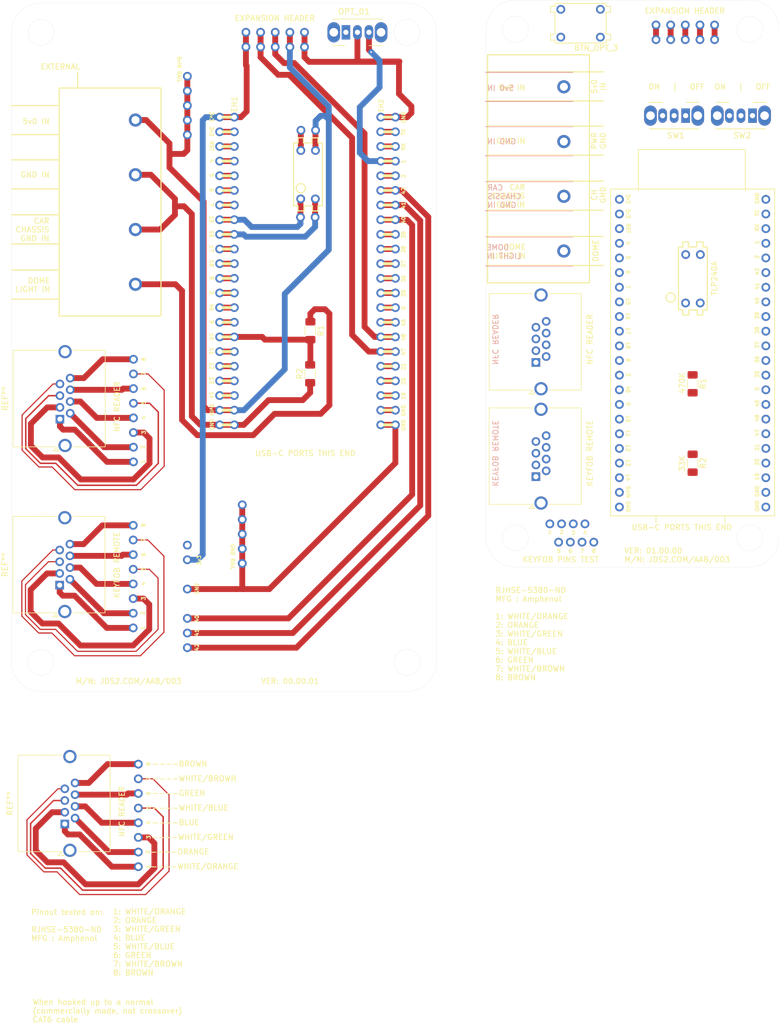
<source format=kicad_pcb>
(kicad_pcb (version 20240108) (generator "pcbnew") (generator_version "8.0")
  (layers (0 "F.Cu" signal) (31 "B.Cu" signal) (34 "B.Paste" user) (35 "F.Paste" user) (36 "B.SilkS" user "B.Silkscreen") (37 "F.SilkS" user "F.Silkscreen") (38 "B.Mask" user) (39 "F.Mask" user) (44 "Edge.Cuts" user))
  (net 0 "")
  (net 1 "GND")
  (net 2 "DOME")
  (net 3 "POST_DIVIDER_DOME")
  (net 4 "/DOME")
  (net 5 "Net-(U1-GPIO10{slash}ADC1_CH9)")
  (net 6 "TX")
  (net 8 "Net-(SW1-A)")
  (net 9 "Net-(SW2-A)")
  (footprint "Connector_RJ:RJ45_Amphenol_RJHSE5380" (layer "F.Cu") (at 27.222 90.599 90)
    (property "Reference" "REF**")
    (property "Value" "RJ45_Amphenol_RJHSE5380" (hide yes))
  )
  (footprint "Resistor_SMD:R_1206_3216Metric_Pad1.30x1.75mm_HandSolder" (layer "F.Cu") (at 70.662 75.273 -90)
    (property "Reference" "R1")
    (property "Value" "470K")
  )
  (footprint "Connector_RJ:RJ45_Amphenol_RJHSE5380" (layer "F.Cu") (at 28.066 160.784 90)
    (property "Reference" "REF**")
    (property "Value" "RJ45_Amphenol_RJHSE5380" (hide yes))
  )
  (footprint "Button_Switch_THT:SW_Slide_SPDT_Angled_CK_OS102011MA1Q" (layer "F.Cu") (at 76.818 23.543)
    (property "Reference" "OPT_01")
    (property "Value" "SW_Slide_SPDT_Angled_CK_OS102011MA1Q" (hide yes))
  )
  (footprint "Connector_RJ:RJ45_Amphenol_RJHSE5380" (layer "F.Cu") (at 109.774 80.769 90)
    (property "Reference" "REF**" (hide yes))
    (property "Value" "RJ45_Amphenol_RJHSE5380" (hide yes))
  )
  (footprint "Connector_RJ:RJ45_Amphenol_RJHSE5380" (layer "F.Cu") (at 27.178 119.384 90)
    (property "Reference" "REF**")
    (property "Value" "RJ45_Amphenol_RJHSE5380" (hide yes))
  )
  (footprint "Connector_RJ:RJ45_Amphenol_RJHSE5380" (layer "F.Cu") (at 109.774 100.579 90)
    (property "Reference" "REF**" (hide yes))
    (property "Value" "RJ45_Amphenol_RJHSE5380" (hide yes))
  )
  (footprint "Resistor_SMD:R_1206_3216Metric_Pad1.30x1.75mm_HandSolder" (layer "F.Cu") (at 136.952 98.245 -90)
    (property "Reference" "R2")
    (property "Value" "33K")
  )
  (footprint "Button_Switch_THT:SW_CuK_OS102011MA1QN1_SPDT_Angled" (layer "F.Cu") (at 135.745 37.989 180)
    (property "Reference" "SW1")
    (property "Value" "SW_SPDT" (hide yes))
  )
  (footprint "Resistor_SMD:R_1206_3216Metric_Pad1.30x1.75mm_HandSolder" (layer "F.Cu") (at 136.952 84.477 -90)
    (property "Reference" "R1")
    (property "Value" "470K")
  )
  (footprint "Button_Switch_THT:SW_CuK_OS102011MA1QN1_SPDT_Angled" (layer "F.Cu") (at 147.334 37.989 180)
    (property "Reference" "SW2")
    (property "Value" "SW_SPDT" (hide yes))
  )
  (footprint "Resistor_SMD:R_1206_3216Metric_Pad1.30x1.75mm_HandSolder" (layer "F.Cu") (at 70.622 82.743 90)
    (property "Reference" "R2")
    (property "Value" "200R")
  )
  (gr_line (start 116.124 39.895) (end 101.085001 39.895) (stroke (width 0.2)) (layer "B.SilkS"))
  (gr_line (start 116.124 44.935) (end 101.045001 44.935) (stroke (width 0.2)) (layer "B.SilkS"))
  (gr_line (start 116.124 64.045) (end 101.065001 64.045) (stroke (width 0.2)) (layer "B.SilkS"))
  (gr_line (start 116.124 59.005) (end 101.105001 59.005) (stroke (width 0.2)) (layer "B.SilkS"))
  (gr_line (start 116.124 49.425) (end 101.085001 49.425) (stroke (width 0.2)) (layer "B.SilkS"))
  (gr_line (start 116.124 35.525) (end 101.025001 35.525) (stroke (width 0.2)) (layer "B.SilkS"))
  (gr_line (start 116.124 30.485) (end 101.065001 30.485) (stroke (width 0.2)) (layer "B.SilkS"))
  (gr_line (start 116.124 54.465) (end 101.045001 54.465) (stroke (width 0.2)) (layer "B.SilkS"))
  (gr_line (start 112.314 23.876) (end 113.076 23.876) (stroke (width 0.15)) (layer "F.SilkS"))
  (gr_line (start 44.672 33.203) (end 27.092 33.203) (stroke (width 0.2)) (layer "F.SilkS"))
  (gr_line (start 134.497 71.655) (end 134.497 60.775) (stroke (width 0.2)) (layer "F.SilkS"))
  (gr_line (start 69.472 41.833) (end 69.472 42.713) (stroke (width 0.2)) (layer "F.SilkS"))
  (gr_circle (center 133.142 69.517) (end 132.572 70.087) (stroke (width 0.2)) (fill none) (layer "F.SilkS"))
  (gr_line (start 54.925949 78.890949) (end 57.465949 78.890949) (stroke (width 0.508)) (layer "F.SilkS"))
  (gr_line (start 121.966 24.892) (end 121.966 25.4) (stroke (width 0.15)) (layer "F.SilkS"))
  (gr_line (start 139.492 60.775) (end 139.492 71.655) (stroke (width 0.2)) (layer "F.SilkS"))
  (gr_line (start 68.487 54.503) (end 68.487 53.613) (stroke (width 0.2)) (layer "F.SilkS"))
  (gr_line (start 71.017 54.513) (end 71.017 53.633) (stroke (width 0.2)) (layer "F.SilkS"))
  (gr_line (start 118.970001 27.441) (end 101.390001 27.441) (stroke (width 0.2)) (layer "F.SilkS"))
  (gr_line (start 82.865949 73.810949) (end 85.405949 73.810949) (stroke (width 0.508)) (layer "F.SilkS"))
  (gr_line (start 121.458 44.851) (end 101.349001 44.851) (stroke (width 0.2)) (layer "F.SilkS"))
  (gr_line (start 136.222 60.755) (end 137.672 60.755) (stroke (width 0.2)) (layer "F.SilkS"))
  (gr_line (start 142.54 108.5695) (end 142.54 107.4265) (stroke (width 0.15)) (layer "F.SilkS"))
  (gr_line (start 82.865949 43.330949) (end 85.405949 43.330949) (stroke (width 0.508)) (layer "F.SilkS"))
  (gr_line (start 138.752 60.775) (end 139.492 60.775) (stroke (width 0.2)) (layer "F.SilkS"))
  (gr_line (start 135.237 71.655) (end 134.497 71.655) (stroke (width 0.2)) (layer "F.SilkS"))
  (gr_line (start 113.076 20.066) (end 112.314 20.066) (stroke (width 0.15)) (layer "F.SilkS"))
  (gr_line (start 54.925949 86.510949) (end 57.465949 86.510949) (stroke (width 0.508)) (layer "F.SilkS"))
  (gr_line (start 121.966 25.4) (end 113.076 25.4) (stroke (width 0.15)) (layer "F.SilkS"))
  (gr_line (start 137.767 71.675) (end 136.317 71.675) (stroke (width 0.2)) (layer "F.SilkS"))
  (gr_line (start 72.002 41.843) (end 72.002 42.733) (stroke (width 0.2)) (layer "F.SilkS"))
  (gr_line (start 69.567 54.503) (end 68.487 54.503) (stroke (width 0.2)) (layer "F.SilkS"))
  (gr_line (start 82.865949 56.030949) (end 85.405949 56.030949) (stroke (width 0.508)) (layer "F.SilkS"))
  (gr_line (start 30.312 30.523) (end 30.312 33.203) (stroke (width 0.2)) (layer "F.SilkS"))
  (gr_line (start 82.865949 61.110949) (end 85.405949 61.110949) (stroke (width 0.508)) (layer "F.SilkS"))
  (gr_line (start 54.925949 81.430949) (end 57.465949 81.430949) (stroke (width 0.508)) (layer "F.SilkS"))
  (gr_line (start 138.737 72.555) (end 137.767 72.555) (stroke (width 0.2)) (layer "F.SilkS"))
  (gr_line (start 121.458 58.921) (end 101.349001 58.921) (stroke (width 0.2)) (layer "F.SilkS"))
  (gr_line (start 82.865949 71.270949) (end 85.405949 71.270949) (stroke (width 0.508)) (layer "F.SilkS"))
  (gr_line (start 27.132 41.283) (end 18.842 41.283) (stroke (width 0.2)) (layer "F.SilkS"))
  (gr_line (start 54.925949 68.730949) (end 57.465949 68.730949) (stroke (width 0.508)) (layer "F.SilkS"))
  (gr_line (start 54.925949 56.030949) (end 57.465949 56.030949) (stroke (width 0.508)) (layer "F.SilkS"))
  (gr_line (start 139.487 71.655) (end 138.737 71.655) (stroke (width 0.2)) (layer "F.SilkS"))
  (gr_line (start 82.865949 48.410949) (end 85.405949 48.410949) (stroke (width 0.508)) (layer "F.SilkS"))
  (gr_line (start 82.865949 83.970949) (end 85.405949 83.970949) (stroke (width 0.508)) (layer "F.SilkS"))
  (gr_line (start 121.458 54.381) (end 101.349001 54.381) (stroke (width 0.2)) (layer "F.SilkS"))
  (gr_line (start 130.602 108.506) (end 130.602 107.363) (stroke (width 0.15)) (layer "F.SilkS"))
  (gr_line (start 135.237 72.545) (end 135.237 71.655) (stroke (width 0.2)) (layer "F.SilkS"))
  (gr_line (start 82.865949 89.050949) (end 85.405949 89.050949) (stroke (width 0.508)) (layer "F.SilkS"))
  (gr_line (start 137.767 72.555) (end 137.767 71.675) (stroke (width 0.2)) (layer "F.SilkS"))
  (gr_line (start 54.925949 76.350949) (end 57.465949 76.350949) (stroke (width 0.508)) (layer "F.SilkS"))
  (gr_line (start 113.076 25.4) (end 113.076 24.892) (stroke (width 0.15)) (layer "F.SilkS"))
  (gr_line (start 146.096 43.863) (end 146.096 50.975) (stroke (width 0.15)) (layer "F.SilkS"))
  (gr_line (start 122.728 24.892) (end 121.966 24.892) (stroke (width 0.15)) (layer "F.SilkS"))
  (gr_line (start 121.966 18.542) (end 121.966 19.05) (stroke (width 0.15)) (layer "F.SilkS"))
  (gr_line (start 121.458 39.811) (end 101.349001 39.811) (stroke (width 0.2)) (layer "F.SilkS"))
  (gr_line (start 82.865949 38.250949) (end 85.405949 38.250949) (stroke (width 0.508)) (layer "F.SilkS"))
  (gr_line (start 72.737 53.613) (end 71.987 53.613) (stroke (width 0.2)) (layer "F.SilkS"))
  (gr_line (start 71.987 53.613) (end 71.987 54.513) (stroke (width 0.2)) (layer "F.SilkS"))
  (gr_line (start 112.314 19.05) (end 113.076 19.05) (stroke (width 0.15)) (layer "F.SilkS"))
  (gr_line (start 113.076 18.542) (end 121.966 18.542) (stroke (width 0.15)) (layer "F.SilkS"))
  (gr_line (start 72.742 42.733) (end 72.742 53.613) (stroke (width 0.2)) (layer "F.SilkS"))
  (gr_line (start 67.747 53.613) (end 67.747 42.733) (stroke (width 0.2)) (layer "F.SilkS"))
  (gr_line (start 82.865949 58.570949) (end 85.405949 58.570949) (stroke (width 0.508)) (layer "F.SilkS"))
  (gr_line (start 138.752 59.885) (end 138.752 60.775) (stroke (width 0.2)) (layer "F.SilkS"))
  (gr_line (start 44.752 33.163) (end 44.752 72.733) (stroke (width 0.2)) (layer "F.SilkS"))
  (gr_line (start 127.554 43.863) (end 146.096 43.863) (stroke (width 0.15)) (layer "F.SilkS"))
  (gr_line (start 82.865949 68.730949) (end 85.405949 68.730949) (stroke (width 0.508)) (layer "F.SilkS"))
  (gr_line (start 54.925949 48.410949) (end 57.465949 48.410949) (stroke (width 0.508)) (layer "F.SilkS"))
  (gr_line (start 151.176 107.363) (end 151.176 50.721) (stroke (width 0.15)) (layer "F.SilkS"))
  (gr_line (start 70.922 42.713) (end 70.922 41.843) (stroke (width 0.2)) (layer "F.SilkS"))
  (gr_line (start 121.458 30.401) (end 101.349001 30.401) (stroke (width 0.2)) (layer "F.SilkS"))
  (gr_line (start 54.925949 38.250949) (end 57.465949 38.250949) (stroke (width 0.508)) (layer "F.SilkS"))
  (gr_line (start 27.072 45.653) (end 18.842 45.653) (stroke (width 0.2)) (layer "F.SilkS"))
  (gr_line (start 82.865949 63.650949) (end 85.405949 63.650949) (stroke (width 0.508)) (layer "F.SilkS"))
  (gr_line (start 54.925949 73.810949) (end 57.465949 73.810949) (stroke (width 0.508)) (layer "F.SilkS"))
  (gr_line (start 113.076 19.05) (end 113.076 18.542) (stroke (width 0.15)) (layer "F.SilkS"))
  (gr_line (start 54.925949 83.970949) (end 57.465949 83.970949) (stroke (width 0.508)) (layer "F.SilkS"))
  (gr_line (start 27.092 72.673) (end 27.092 33.203) (stroke (width 0.2)) (layer "F.SilkS"))
  (gr_line (start 82.865949 78.890949) (end 85.405949 78.890949) (stroke (width 0.508)) (layer "F.SilkS"))
  (gr_line (start 54.925949 40.790949) (end 57.465949 40.790949) (stroke (width 0.508)) (layer "F.SilkS"))
  (gr_line (start 54.925949 43.330949) (end 57.465949 43.330949) (stroke (width 0.508)) (layer "F.SilkS"))
  (gr_line (start 71.987 54.513) (end 71.017 54.513) (stroke (width 0.2)) (layer "F.SilkS"))
  (gr_line (start 68.502 42.733) (end 68.502 41.833) (stroke (width 0.2)) (layer "F.SilkS"))
  (gr_line (start 137.672 59.885) (end 138.752 59.885) (stroke (width 0.2)) (layer "F.SilkS"))
  (gr_line (start 27.072 55.183) (end 18.842 55.183) (stroke (width 0.2)) (layer "F.SilkS"))
  (gr_line (start 113.076 24.892) (end 112.314 24.892) (stroke (width 0.15)) (layer "F.SilkS"))
  (gr_line (start 113.076 23.876) (end 113.076 20.066) (stroke (width 0.15)) (layer "F.SilkS"))
  (gr_line (start 112.314 20.066) (end 112.314 19.05) (stroke (width 0.15)) (layer "F.SilkS"))
  (gr_line (start 121.966 19.05) (end 122.728 19.05) (stroke (width 0.15)) (layer "F.SilkS"))
  (gr_line (start 121.966 20.066) (end 121.966 23.876) (stroke (width 0.15)) (layer "F.SilkS"))
  (gr_line (start 122.728 20.066) (end 121.966 20.066) (stroke (width 0.15)) (layer "F.SilkS"))
  (gr_line (start 101.370001 66.971) (end 118.950001 66.971) (stroke (width 0.2)) (layer "F.SilkS"))
  (gr_line (start 68.487 53.613) (end 67.747 53.613) (stroke (width 0.2)) (layer "F.SilkS"))
  (gr_line (start 122.728 23.876) (end 122.728 24.892) (stroke (width 0.15)) (layer "F.SilkS"))
  (gr_line (start 112.314 24.892) (end 112.314 23.876) (stroke (width 0.15)) (layer "F.SilkS"))
  (gr_line (start 82.865949 53.490949) (end 85.405949 53.490949) (stroke (width 0.508)) (layer "F.SilkS"))
  (gr_line (start 121.458 35.441) (end 101.349001 35.441) (stroke (width 0.2)) (layer "F.SilkS"))
  (gr_line (start 54.925949 91.590949) (end 57.465949 91.590949) (stroke (width 0.508)) (layer "F.SilkS"))
  (gr_line (start 69.567 53.633) (end 69.567 54.503) (stroke (width 0.2)) (layer "F.SilkS"))
  (gr_line (start 82.865949 50.950949) (end 85.405949 50.950949) (stroke (width 0.508)) (layer "F.SilkS"))
  (gr_line (start 27.112 50.693) (end 18.842 50.693) (stroke (width 0.2)) (layer "F.SilkS"))
  (gr_line (start 54.925949 63.650949) (end 57.465949 63.650949) (stroke (width 0.508)) (layer "F.SilkS"))
  (gr_line (start 54.925949 66.190949) (end 57.465949 66.190949) (stroke (width 0.508)) (layer "F.SilkS"))
  (gr_circle (center 68.992 50.583) (end 68.422 51.153) (stroke (width 0.2)) (fill none) (layer "F.SilkS"))
  (gr_line (start 27.072 72.733) (end 44.652 72.733) (stroke (width 0.2)) (layer "F.SilkS"))
  (gr_line (start 136.317 71.675) (end 136.317 72.545) (stroke (width 0.2)) (layer "F.SilkS"))
  (gr_line (start 82.865949 45.870949) (end 85.405949 45.870949) (stroke (width 0.508)) (layer "F.SilkS"))
  (gr_line (start 82.865949 40.790949) (end 85.405949 40.790949) (stroke (width 0.508)) (layer "F.SilkS"))
  (gr_line (start 70.922 41.843) (end 72.002 41.843) (stroke (width 0.2)) (layer "F.SilkS"))
  (gr_line (start 54.925949 89.050949) (end 57.465949 89.050949) (stroke (width 0.508)) (layer "F.SilkS"))
  (gr_line (start 82.865949 66.190949) (end 85.405949 66.190949) (stroke (width 0.508)) (layer "F.SilkS"))
  (gr_line (start 54.925949 61.110949) (end 57.465949 61.110949) (stroke (width 0.508)) (layer "F.SilkS"))
  (gr_line (start 121.458 63.961) (end 101.349001 63.961) (stroke (width 0.2)) (layer "F.SilkS"))
  (gr_line (start 54.925949 53.490949) (end 57.465949 53.490949) (stroke (width 0.508)) (layer "F.SilkS"))
  (gr_line (start 119.050001 27.401) (end 119.050001 66.971) (stroke (width 0.2)) (layer "F.SilkS"))
  (gr_line (start 82.865949 86.510949) (end 85.405949 86.510949) (stroke (width 0.508)) (layer "F.SilkS"))
  (gr_line (start 122.728 50.721) (end 151.176 50.721) (stroke (width 0.15)) (layer "F.SilkS"))
  (gr_line (start 82.865949 76.350949) (end 85.405949 76.350949) (stroke (width 0.508)) (layer "F.SilkS"))
  (gr_line (start 122.728 107.363) (end 151.176 107.363) (stroke (width 0.15)) (layer "F.SilkS"))
  (gr_line (start 68.502 41.833) (end 69.472 41.833) (stroke (width 0.2)) (layer "F.SilkS"))
  (gr_line (start 138.737 71.655) (end 138.737 72.555) (stroke (width 0.2)) (layer "F.SilkS"))
  (gr_line (start 135.252 60.775) (end 135.252 59.875) (stroke (width 0.2)) (layer "F.SilkS"))
  (gr_line (start 72.002 42.733) (end 72.742 42.733) (stroke (width 0.2)) (layer "F.SilkS"))
  (gr_line (start 67.752 42.733) (end 68.502 42.733) (stroke (width 0.2)) (layer "F.SilkS"))
  (gr_line (start 134.502 60.775) (end 135.252 60.775) (stroke (width 0.2)) (layer "F.SilkS"))
  (gr_line (start 82.865949 91.590949) (end 85.405949 91.590949) (stroke (width 0.508)) (layer "F.SilkS"))
  (gr_line (start 122.728 19.05) (end 122.728 20.066) (stroke (width 0.15)) (layer "F.SilkS"))
  (gr_line (start 27.112 60.223) (end 18.842 60.223) (stroke (width 0.2)) (layer "F.SilkS"))
  (gr_line (start 136.317 72.545) (end 135.237 72.545) (stroke (width 0.2)) (layer "F.SilkS"))
  (gr_line (start 121.966 23.876) (end 122.728 23.876) (stroke (width 0.15)) (layer "F.SilkS"))
  (gr_line (start 101.390001 66.911) (end 101.390001 27.441) (stroke (width 0.2)) (layer "F.SilkS"))
  (gr_line (start 54.925949 45.870949) (end 57.465949 45.870949) (stroke (width 0.508)) (layer "F.SilkS"))
  (gr_line (start 137.672 60.755) (end 137.672 59.885) (stroke (width 0.2)) (layer "F.SilkS"))
  (gr_line (start 27.092 69.803) (end 18.842 69.803) (stroke (width 0.2)) (layer "F.SilkS"))
  (gr_line (start 122.728 50.721) (end 122.728 107.363) (stroke (width 0.15)) (layer "F.SilkS"))
  (gr_line (start 54.925949 71.270949) (end 57.465949 71.270949) (stroke (width 0.508)) (layer "F.SilkS"))
  (gr_line (start 121.458 49.341) (end 101.349001 49.341) (stroke (width 0.2)) (layer "F.SilkS"))
  (gr_line (start 54.925949 58.570949) (end 57.465949 58.570949) (stroke (width 0.508)) (layer "F.SilkS"))
  (gr_line (start 82.865949 81.430949) (end 85.405949 81.430949) (stroke (width 0.508)) (layer "F.SilkS"))
  (gr_line (start 69.472 42.713) (end 70.922 42.713) (stroke (width 0.2)) (layer "F.SilkS"))
  (gr_line (start 127.554 43.863) (end 127.554 50.975) (stroke (width 0.15)) (layer "F.SilkS"))
  (gr_line (start 71.017 53.633) (end 69.567 53.633) (stroke (width 0.2)) (layer "F.SilkS"))
  (gr_line (start 27.052 64.763) (end 18.842 64.763) (stroke (width 0.2)) (layer "F.SilkS"))
  (gr_line (start 136.222 59.875) (end 136.222 60.755) (stroke (width 0.2)) (layer "F.SilkS"))
  (gr_line (start 135.252 59.875) (end 136.222 59.875) (stroke (width 0.2)) (layer "F.SilkS"))
  (gr_line (start 27.092 36.243) (end 18.842 36.243) (stroke (width 0.2)) (layer "F.SilkS"))
  (gr_line (start 54.925949 50.950949) (end 57.465949 50.950949) (stroke (width 0.508)) (layer "F.SilkS"))
  (gr_arc (start 146.858 17.955) (mid 150.450102 19.442898) (end 151.938 23.035) (stroke (width 0.0254)) (layer "Edge.Cuts"))
  (gr_arc (start 101.138 23.035) (mid 102.625898 19.442898) (end 106.218 17.955) (stroke (width 0.0254)) (layer "Edge.Cuts"))
  (gr_arc (start 151.938 111.173) (mid 150.450102 114.765102) (end 146.858 116.253) (stroke (width 0.0254)) (layer "Edge.Cuts"))
  (gr_line (start 18.842 23.543) (end 18.842 132.763) (stroke (width 0.0254)) (layer "Edge.Cuts"))
  (gr_circle (center 106.218 23.035) (end 103.9574 23.035) (stroke (width 0.0254)) (fill none) (layer "Edge.Cuts"))
  (gr_circle (center 106.218 111.173) (end 108.4786 111.173) (stroke (width 0.0254)) (fill none) (layer "Edge.Cuts"))
  (gr_arc (start 106.218 116.253) (mid 102.625898 114.765102) (end 101.138 111.173) (stroke (width 0.0254)) (layer "Edge.Cuts"))
  (gr_line (start 106.218 17.955) (end 146.858 17.955) (stroke (width 0.0254)) (layer "Edge.Cuts"))
  (gr_line (start 23.922 18.463) (end 87.422 18.463) (stroke (width 0.0254)) (layer "Edge.Cuts"))
  (gr_arc (start 87.422 18.463) (mid 91.014102 19.950898) (end 92.502 23.543) (stroke (width 0.0254)) (layer "Edge.Cuts"))
  (gr_line (start 151.938 111.173) (end 151.938 23.035) (stroke (width 0.0254)) (layer "Edge.Cuts"))
  (gr_circle (center 87.422 132.763) (end 89.6826 132.763) (stroke (width 0.0254)) (fill none) (layer "Edge.Cuts"))
  (gr_circle (center 87.422 23.543) (end 89.6826 23.543) (stroke (width 0.0254)) (fill none) (layer "Edge.Cuts"))
  (gr_line (start 92.502 132.763) (end 92.502 23.543) (stroke (width 0.0254)) (layer "Edge.Cuts"))
  (gr_line (start 87.422 137.843) (end 23.922 137.843) (stroke (width 0.0254)) (layer "Edge.Cuts"))
  (gr_circle (center 146.858 111.173) (end 149.1186 111.173) (stroke (width 0.0254)) (fill none) (layer "Edge.Cuts"))
  (gr_circle (center 23.922 132.763) (end 26.1826 132.763) (stroke (width 0.0254)) (fill none) (layer "Edge.Cuts"))
  (gr_circle (center 146.858 23.035) (end 144.5974 23.035) (stroke (width 0.0254)) (fill none) (layer "Edge.Cuts"))
  (gr_arc (start 18.842 23.543) (mid 20.329898 19.950898) (end 23.922 18.463) (stroke (width 0.0254)) (layer "Edge.Cuts"))
  (gr_line (start 101.138 23.035) (end 101.138 111.173) (stroke (width 0.0254)) (layer "Edge.Cuts"))
  (gr_arc (start 23.922 137.843) (mid 20.329898 136.355102) (end 18.842 132.763) (stroke (width 0.0254)) (layer "Edge.Cuts"))
  (gr_line (start 146.858 116.253) (end 106.218 116.253) (stroke (width 0.0254)) (layer "Edge.Cuts"))
  (gr_arc (start 92.502 132.763) (mid 91.014102 136.355102) (end 87.422 137.843) (stroke (width 0.0254)) (layer "Edge.Cuts"))
  (gr_circle (center 23.922 23.543) (end 26.1826 23.543) (stroke (width 0.0254)) (fill none) (layer "Edge.Cuts"))
  (gr_text "DOME\nLIGHT IN\n" (at 101.136001 62.905 -0) (layer "B.SilkS") (effects (font (size 0.9398 0.9398) (thickness 0.1524) (bold yes)) (justify right bottom mirror)))
  (gr_text "KEYFOB REMOTE" (at 102.154 102.355 -90) (layer "B.SilkS") (effects (font (size 0.9398 0.9398) (thickness 0.1524) (bold yes)) (justify left bottom mirror)))
  (gr_text "CAR\nCHASSIS\nGND IN" (at 101.266001 54.055 -0) (layer "B.SilkS") (effects (font (size 0.9398 0.9398) (thickness 0.1524) (bold yes)) (justify right bottom mirror)))
  (gr_text "5v0 IN" (at 106.076001 33.775 -0) (layer "B.SilkS") (effects (font (size 0.9398 0.9398) (thickness 0.1524) (bold yes)) (justify left bottom mirror)))
  (gr_text "GND IN" (at 106.436001 43.025 -0) (layer "B.SilkS") (effects (font (size 0.9398 0.9398) (thickness 0.1524) (bold yes)) (justify left bottom mirror)))
  (gr_text "NFC READER" (at 102.154 81.273 -90) (layer "B.SilkS") (effects (font (size 0.9398 0.9398) (thickness 0.1524) (bold yes)) (justify left bottom mirror)))
  (gr_text "GND RAIL\n" (at 56.815 112.189 270) (layer "F.SilkS") (effects (font (size 0.635 0.635) (thickness 0.1524) (bold yes)) (justify left bottom)))
  (gr_text "8" (at 125.395 79.971519 270) (layer "F.SilkS") (effects (font (size 0.635 0.635) (thickness 0.1524) (bold yes)) (justify left bottom)))
  (gr_text "3" (at 42.127 93.31 90) (layer "F.SilkS") (effects (font (size 0.635 0.635) (thickness 0.1524) (bold yes)) (justify left bottom)))
  (gr_text "GND" (at 51.354 121.079 90) (layer "F.SilkS") (effects (font (size 0.635 0.635) (thickness 0.1524) (bold yes)) (justify left bottom)))
  (gr_text "16" (at 53.147949 57.801087 270) (layer "F.SilkS") (effects (font (size 0.635 0.635) (thickness 0.1524) (bold yes)) (justify left bottom)))
  (gr_text "20" (at 148.509 98.745143 90) (layer "F.SilkS") (effects (font (size 0.635 0.635) (thickness 0.1524) (bold yes)) (justify left bottom)))
  (gr_text "RST" (at 125.395 56.552114 270) (layer "F.SilkS") (effects (font (size 0.635 0.635) (thickness 0.1524) (bold yes)) (justify left bottom)))
  (gr_text "35" (at 148.509 83.505143 90) (layer "F.SilkS") (effects (font (size 0.635 0.635) (thickness 0.1524) (bold yes)) (justify left bottom)))
  (gr_text "6" (at 42.971 155.875 90) (layer "F.SilkS") (effects (font (size 0.635 0.635) (thickness 0.1524) (bold yes)) (justify left bottom)))
  (gr_text "6" (at 42.083 114.475 90) (layer "F.SilkS") (effects (font (size 0.635 0.635) (thickness 0.1524) (bold yes)) (justify left bottom)))
  (gr_text "3v3" (at 125.395 51.487233 270) (layer "F.SilkS") (effects (font (size 0.635 0.635) (thickness 0.1524) (bold yes)) (justify left bottom)))
  (gr_text "GND" (at 125.395 104.706281 270) (layer "F.SilkS") (effects (font (size 0.635 0.635) (thickness 0.1524) (bold yes)) (justify left bottom)))
  (gr_text "48" (at 87.183949 77.120811 90) (layer "F.SilkS") (effects (font (size 0.635 0.635) (thickness 0.1524) (bold yes)) (justify left bottom)))
  (gr_text "5" (at 42.971 158.415 90) (layer "F.SilkS") (effects (font (size 0.635 0.635) (thickness 0.1524) (bold yes)) (justify left bottom)))
  (gr_text "470K" (at 135.682 86.281 90) (layer "F.SilkS") (effects (font (size 0.9398 0.9398) (thickness 0.1524) (bold yes)) (justify left bottom)))
  (gr_text "37" (at 148.509 78.425143 90) (layer "F.SilkS") (effects (font (size 0.635 0.635) (thickness 0.1524) (bold yes)) (justify left bottom)))
  (gr_text "KEYFOB REMOTE" (at 119.68 102.355 90) (layer "F.SilkS") (effects (font (size 0.9398 0.9398) (thickness 0.1524) (bold yes)) (justify left bottom)))
  (gr_text "38" (at 87.183949 61.880811 90) (layer "F.SilkS") (effects (font (size 0.635 0.635) (thickness 0.1524) (bold yes)) (justify left bottom)))
  (gr_text "PWR\nGND" (at 121.966 42.339 90) (layer "F.SilkS") (effects (font (size 0.9398 0.9398) (thickness 0.1524) (bold yes)) (justify bottom)))
  (gr_text "GND" (at 53.147949 90.45823 270) (layer "F.SilkS") (effects (font (size 0.635 0.635) (thickness 0.1524) (bold yes)) (justify left bottom)))
  (gr_text "37" (at 87.183949 64.420811 90) (layer "F.SilkS") (effects (font (size 0.635 0.635) (thickness 0.1524) (bold yes)) (justify left bottom)))
  (gr_text "1: WHITE/ORANGE\n2: ORANGE\n3: WHITE/GREEN\n4: BLUE\n5: WHITE/BLUE\n6: GREEN\n7: WHITE/BROWN\n8: BROWN" (at 36.367 187.117 0) (layer "F.SilkS") (effects (font (size 0.9398 0.9398) (thickness 0.1524) (bold yes)) (justify left bottom)))
  (gr_text "48" (at 148.509 91.125143 90) (layer "F.SilkS") (effects (font (size 0.635 0.635) (thickness 0.1524) (bold yes)) (justify left bottom)))
  (gr_text "GND" (at 87.183949 39.383668 90) (layer "F.SilkS") (effects (font (size 0.635 0.635) (thickness 0.1524) (bold yes)) (justify left bottom)))
  (gr_text "2" (at 87.183949 48.87843 90) (layer "F.SilkS") (effects (font (size 0.635 0.635) (thickness 0.1524) (bold yes)) (justify left bottom)))
  (gr_text "EH2" (at 83.371917 37.488949 90) (layer "F.SilkS") (effects (font (size 0.762 0.762) (thickness 0.1524) (bold yes)) (justify left bottom)))
  (gr_text "14" (at 53.147949 85.741087 270) (layer "F.SilkS") (effects (font (size 0.635 0.635) (thickness 0.1524) (bold yes)) (justify left bottom)))
  (gr_text "1" (at 42 98.39 90) (layer "F.SilkS") (effects (font (size 0.635 0.635) (thickness 0.1524) (bold yes)) (justify left bottom)))
  (gr_text "5" (at 53.147949 47.943468 270) (layer "F.SilkS") (effects (font (size 0.635 0.635) (thickness 0.1524) (bold yes)) (justify left bottom)))
  (gr_text "2" (at 41.956 124.635 90) (layer "F.SilkS") (effects (font (size 0.635 0.635) (thickness 0.1524) (bold yes)) (justify left bottom)))
  (gr_text "7" (at 42.083 111.935 90) (layer "F.SilkS") (effects (font (size 0.635 0.635) (thickness 0.1524) (bold yes)) (justify left bottom)))
  (gr_text "39" (at 87.183949 59.340811 90) (layer "F.SilkS") (effects (font (size 0.635 0.635) (thickness 0.1524) (bold yes)) (justify left bottom)))
  (gr_text "8" (at 53.147949 65.723468 270) (layer "F.SilkS") (effects (font (size 0.635 0.635) (thickness 0.1524) (bold yes)) (justify left bottom)))
  (gr_text "6" (at 125.395 64.731519 270) (layer "F.SilkS") (effects (font (size 0.635 0.635) (thickness 0.1524) (bold yes)) (justify left bottom)))
  (gr_text "1" (at 87.183949 46.33843 90) (layer "F.SilkS") (effects (font (size 0.635 0.635) (thickness 0.1524) (bold yes)) (justify left bottom)))
  (gr_text "1" (at 41.956 127.175 90) (layer "F.SilkS") (effects (font (size 0.635 0.635) (thickness 0.1524) (bold yes)) (justify left bottom)))
  (gr_text "45" (at 148.509 88.585143 90) (layer "F.SilkS") (effects (font (size 0.635 0.635) (thickness 0.1524) (bold yes)) (justify left bottom)))
  (gr_text "7" (at 42.971 153.335 90) (layer "F.SilkS") (effects (font (size 0.635 0.635) (thickness 0.1524) (bold yes)) (justify left bottom)))
  (gr_text "M/N: JDS2.COM/AAB/003" (at 125.014 115.491 0) (layer "F.SilkS") (effects (font (size 0.9398 0.9398) (thickness 0.1524) (bold yes)) (justify left bottom)))
  (gr_text "RJHSE-5380-ND\nMFG : Amphenol\n\n1: WHITE/ORANGE\n2: ORANGE\n3: WHITE/GREEN\n4: BLUE\n5: WHITE/BLUE\n6: GREEN\n7: WHITE/BROWN\n8: BROWN" (at 102.662 135.938 0) (layer "F.SilkS") (effects (font (size 0.9398 0.9398) (thickness 0.1524) (bold yes)) (justify left bottom)))
  (gr_text "18" (at 125.395 77.129138 270) (layer "F.SilkS") (effects (font (size 0.635 0.635) (thickness 0.1524) (bold yes)) (justify left bottom)))
  (gr_text "11" (at 125.395 92.369138 270) (layer "F.SilkS") (effects (font (size 0.635 0.635) (thickness 0.1524) (bold yes)) (justify left bottom)))
  (gr_text "35" (at 87.183949 69.500811 90) (layer "F.SilkS") (effects (font (size 0.635 0.635) (thickness 0.1524) (bold yes)) (justify left bottom)))
  (gr_text "5v0 IN" (at 103.179001 33.691 0) (layer "F.SilkS") (effects (font (size 0.9398 0.9398) (thickness 0.1524) (bold yes)) (justify left bottom)))
  (gr_text "GND" (at 148.509 106.728 90) (layer "F.SilkS") (effects (font (size 0.635 0.635) (thickness 0.1524) (bold yes)) (justify left bottom)))
  (gr_text "RX" (at 148.509 58.120262 90) (layer "F.SilkS") (effects (font (size 0.635 0.635) (thickness 0.1524) (bold yes)) (justify left bottom)))
  (gr_text "6" (at 115.362 113.837 0) (layer "F.SilkS") (effects (font (size 0.635 0.635) (thickness 0.1524) (bold yes)) (justify left bottom)))
  (gr_text "EXPANSION HEADER" (at 128.57 20.368 0) (layer "F.SilkS") (effects (font (size 0.9398 0.9398) (thickness 0.1524) (bold yes)) (justify left bottom)))
  (gr_text "45" (at 87.183949 74.580811 90) (layer "F.SilkS") (effects (font (size 0.635 0.635) (thickness 0.1524) (bold yes)) (justify left bottom)))
  (gr_text "1" (at 42.844 168.575 90) (layer "F.SilkS") (effects (font (size 0.635 0.635) (thickness 0.1524) (bold yes)) (justify left bottom)))
  (gr_text "TLP240A" (at 141.27 69.263 90) (layer "F.SilkS") (effects (font (size 0.9398 0.9398) (thickness 0.1524) (bold yes)) (justify left bottom)))
  (gr_text "EXPANSION HEADER" (at 57.45 21.638 0) (layer "F.SilkS") (effects (font (size 0.9398 0.9398) (thickness 0.1524) (bold yes)) (justify left bottom)))
  (gr_text "47" (at 87.183949 79.660811 90) (layer "F.SilkS") (effects (font (size 0.635 0.635) (thickness 0.1524) (bold yes)) (justify left bottom)))
  (gr_text "7" (at 117.394 113.837 0) (layer "F.SilkS") (effects (font (size 0.635 0.635) (thickness 0.1524) (bold yes)) (justify left bottom)))
  (gr_text "15" (at 125.395 69.509138 270) (layer "F.SilkS") (effects (font (size 0.635 0.635) (thickness 0.1524) (bold yes)) (justify left bottom)))
  (gr_text "GND" (at 87.183949 90.183668 90) (layer "F.SilkS") (effects (font (size 0.635 0.635) (thickness 0.1524) (bold yes)) (justify left bottom)))
  (gr_text "36" (at 87.183949 66.960811 90) (layer "F.SilkS") (effects (font (size 0.635 0.635) (thickness 0.1524) (bold yes)) (justify left bottom)))
  (gr_text "12" (at 53.147949 80.661087 270) (layer "F.SilkS") (effects (font (size 0.635 0.635) (thickness 0.1524) (bold yes)) (justify left bottom)))
  (gr_text "5v0\nIN" (at 121.966 32.941 90) (layer "F.SilkS") (effects (font (size 0.9398 0.9398) (thickness 0.1524) (bold yes)) (justify bottom)))
  (gr_text "NFC READER" (at 37.682 92.929 90) (layer "F.SilkS") (effects (font (size 0.9398 0.9398) (thickness 0.1524) (bold yes)) (justify left bottom)))
  (gr_text "1" (at 148.509 60.342762 90) (layer "F.SilkS") (effects (font (size 0.635 0.635) (thickness 0.1524) (bold yes)) (justify left bottom)))
  (gr_text "BTN_OPT_3" (at 116.332 26.797 0) (layer "F.SilkS") (effects (font (size 0.9398 0.9398) (thickness 0.1524) (bold yes)) (justify left bottom)))
  (gr_text "----BLUE" (at 43.098 161.082 0) (layer "F.SilkS") (effects (font (size 0.9398 0.9398) (thickness 0.1524) (bold yes)) (justify left bottom)))
  (gr_text "GND IN" (at 102.819001 42.941 0) (layer "F.SilkS") (effects (font (size 0.9398 0.9398) (thickness 0.1524) (bold yes)) (justify left bottom)))
  (gr_text "40" (at 51.354 125.905 90) (layer "F.SilkS") (effects (font (size 0.635 0.635) (thickness 0.1524) (bold yes)) (justify left bottom)))
  (gr_text "46" (at 125.395 84.749138 270) (layer "F.SilkS") (effects (font (size 0.635 0.635) (thickness 0.1524) (bold yes)) (justify left bottom)))
  (gr_text "16" (at 125.395 72.049138 270) (layer "F.SilkS") (effects (font (size 0.635 0.635) (thickness 0.1524) (bold yes)) (justify left bottom)))
  (gr_text "42" (at 51.354 130.858 90) (layer "F.SilkS") (effects (font (size 0.635 0.635) (thickness 0.1524) (bold yes)) (justify left bottom)))
  (gr_text "----WHITE/ORANGE" (at 42.844 168.702 0) (layer "F.SilkS") (effects (font (size 0.9398 0.9398) (thickness 0.1524) (bold yes)) (justify left bottom)))
  (gr_text "9" (at 125.395 87.591519 270) (layer "F.SilkS") (effects (font (size 0.635 0.635) (thickness 0.1524) (bold yes)) (justify left bottom)))
  (gr_text "7" (at 42.127 83.15 90) (layer "F.SilkS") (effects (font (size 0.635 0.635) (thickness 0.1524) (bold yes)) (justify left bottom)))
  (gr_text "VER: 01.00.00" (at 125.014 113.967 0) (layer "F.SilkS") (effects (font (size 0.9398 0.9398) (thickness 0.1524) (bold yes)) (justify left bottom)))
  (gr_text "----WHITE/GREEN" (at 42.971 163.622 0) (layer "F.SilkS") (effects (font (size 0.9398 0.9398) (thickness 0.1524) (bold yes)) (justify left bottom)))
  (gr_text "----WHITE/BLUE" (at 43.098 158.542 0) (layer "F.SilkS") (effects (font (size 0.9398 0.9398) (thickness 0.1524) (bold yes)) (justify left bottom)))
  (gr_text "5vIN" (at 125.395 102.105805 270) (layer "F.SilkS") (effects (font (size 0.635 0.635) (thickness 0.1524) (bold yes)) (justify left bottom)))
  (gr_text "VER: 00.00.01\n" (at 62.022 136.573 0) (layer "F.SilkS") (effects (font (size 0.9398 0.9398) (thickness 0.1524) (bold yes)) (justify left bottom)))
  (gr_text "8" (at 42.971 150.795 90) (layer "F.SilkS") (effects (font (size 0.635 0.635) (thickness 0.1524) (bold yes)) (justify left bottom)))
  (gr_text "2" (at 148.509 62.882762 90) (layer "F.SilkS") (effects (font (size 0.635 0.635) (thickness 0.1524) (bold yes)) (justify left bottom)))
  (gr_text "M/N: JDS2.COM/AAB/003" (at 29.891 136.573 0) (layer "F.SilkS") (effects (font (size 0.9398 0.9398) (thickness 0.1524) (bold yes)) (justify left bottom)))
  (gr_text "46" (at 53.147949 70.501087 270) (layer "F.SilkS") (effects (font (size 0.635 0.635) (thickness 0.1524) (bold yes)) (justify left bottom)))
  (gr_text "8" (at 119.426 113.837 0) (layer "F.SilkS") (effects (font (size 0.635 0.635) (thickness 0.1524) (bold yes)) (justify left bottom)))
  (gr_text "33K" (at 135.682 99.743 90) (layer "F.SilkS") (effects (font (size 0.9398 0.9398) (thickness 0.1524) (bold yes)) (justify left bottom)))
  (gr_text "11" (at 53.147949 78.121087 270) (layer "F.SilkS") (effects (font (size 0.635 0.635) (thickness 0.1524) (bold yes)) (justify left bottom)))
  (gr_text "KEYFOB REMOTE" (at 37.638 121.714 90) (layer "F.SilkS") (effects (font (size 0.9398 0.9398) (thickness 0.1524) (bold yes)) (justify left bottom)))
  (gr_text "17" (at 53.147949 60.341087 270) (layer "F.SilkS") (effects (font (size 0.635 0.635) (thickness 0.1524) (bold yes)) (justify left bottom)))
  (gr_text "10" (at 125.395 89.829138 270) (layer "F.SilkS") (effects (font (size 0.635 0.635) (thickness 0.1524) (bold yes)) (justify left bottom)))
  (gr_text "39" (at 148.509 73.345143 90) (layer "F.SilkS") (effects (font (size 0.635 0.635) (thickness 0.1524) (bold yes)) (justify left bottom)))
  (gr_text "GND" (at 148.509 53.388 90) (layer "F.SilkS") (effects (font (size 0.635 0.635) (thickness 0.1524) (bold yes)) (justify left bottom)))
  (gr_text "2" (at 42 95.85 90) (layer "F.SilkS") (effects (font (size 0.635 0.635) (thickness 0.1524) (bold yes)) (justify left bottom)))
  (gr_text "42" (at 87.183949 51.720811 90) (layer "F.SilkS") (effects (font (size 0.635 0.635) (thickness 0.1524) (bold yes)) (justify left bottom)))
  (gr_text "----GREEN\n" (at 43.098 156.002 0) (layer "F.SilkS") (effects (font (size 0.9398 0.9398) (thickness 0.1524) (bold yes)) (justify left bottom)))
  (gr_text "3v3" (at 125.395 54.027233 270) (layer "F.SilkS") (effects (font (size 0.635 0.635) (thickness 0.1524) (bold yes)) (justify left bottom)))
  (gr_text "DOME\nLIGHT IN\n" (at 108.119001 62.821 0) (layer "F.SilkS") (effects (font (size 0.9398 0.9398) (thickness 0.1524) (bold yes)) (justify right bottom)))
  (gr_text "----ORANGE" (at 42.844 166.162 0) (layer "F.SilkS") (effects (font (size 0.9398 0.9398) (thickness 0.1524) (bold yes)) (justify left bottom)))
  (gr_text "0\n" (at 148.509 85.742762 90) (layer "F.SilkS") (effects (font (size 0.635 0.635) (thickness 0.1524) (bold yes)) (justify left bottom)))
  (gr_text "5" (at 42.083 117.015 90) (layer "F.SilkS") (effects (font (size 0.635 0.635) (thickness 0.1524) (bold yes)) (justify left bottom)))
  (gr_text "----WHITE/BROWN" (at 43.098 153.462 0) (layer "F.SilkS") (effects (font (size 0.9398 0.9398) (thickness 0.1524) (bold yes)) (justify left bottom)))
  (gr_text "5" (at 42.127 88.23 90) (layer "F.SilkS") (effects (font (size 0.635 0.635) (thickness 0.1524) (bold yes)) (justify left bottom)))
  (gr_text "NFC READER" (at 38.526 163.114 90) (layer "F.SilkS") (effects (font (size 0.9398 0.9398) (thickness 0.1524) (bold yes)) (justify left bottom)))
  (gr_text "When hooked up to a normal \n(commercially made, not crossover)\nCAT6 cable" (at 22.397 195.245 0) (layer "F.SilkS") (effects (font (size 0.9398 0.9398) (thickness 0.1524) (bold yes)) (justify left bottom)))
  (gr_text "4" (at 117.9 110.668 0) (layer "F.SilkS") (effects (font (size 0.635 0.635) (thickness 0.1524) (bold yes)) (justify left bottom)))
  (gr_text "7" (at 125.395 67.271519 270) (layer "F.SilkS") (effects (font (size 0.635 0.635) (thickness 0.1524) (bold yes)) (justify left bottom)))
  (gr_text "19" (at 148.509 101.285143 90) (layer "F.SilkS") (effects (font (size 0.635 0.635) (thickness 0.1524) (bold yes)) (justify left bottom)))
  (gr_text "3v3" (at 53.147949 37.239182 270) (layer "F.SilkS") (effects (font (size 0.635 0.635) (thickness 0.1524) (bold yes)) (justify left bottom)))
  (gr_text "DOME\nLIGHT IN\n" (at 25.612 68.663 0) (layer "F.SilkS") (effects (font (size 0.9398 0.9398) (thickness 0.1524) (bold yes)) (justify right bottom)))
  (gr_text "GND" (at 87.183949 92.723668 90) (layer "F.SilkS") (effects (font (size 0.635 0.635) (thickness 0.1524) (bold yes)) (justify left bottom)))
  (gr_text "0\n" (at 87.183949 71.73843 90) (layer "F.SilkS") (effects (font (size 0.635 0.635) (thickness 0.1524) (bold yes)) (justify left bottom)))
  (gr_text "8" (at 42.083 109.395 90) (layer "F.SilkS") (effects (font (size 0.635 0.635) (thickness 0.1524) (bold yes)) (justify left bottom)))
  (gr_text "5" (at 113.33 113.84 0) (layer "F.SilkS") (effects (font (size 0.635 0.635) (thickness 0.1524) (bold yes)) (justify left bottom)))
  (gr_text "40" (at 87.183949 56.800811 90) (layer "F.SilkS") (effects (font (size 0.635 0.635) (thickness 0.1524) (bold yes)) (justify left bottom)))
  (gr_text "1" (at 111.806 110.538 0) (layer "F.SilkS") (effects (font (size 0.635 0.635) (thickness 0.1524) (bold yes)) (justify left bottom)))
  (gr_text "6" (at 53.147949 50.483468 270) (layer "F.SilkS") (effects (font (size 0.635 0.635) (thickness 0.1524) (bold yes)) (justify left bottom)))
  (gr_text "2" (at 42.844 166.035 90) (layer "F.SilkS") (effects (font (size 0.635 0.635) (thickness 0.1524) (bold yes)) (justify left bottom)))
  (gr_text "USB-C PORTS THIS END" (at 61.006 97.076 0) (layer "F.SilkS") (effects (font (size 0.9398 0.9398) (thickness 0.1524) (bold yes)) (justify left bottom)))
  (gr_text "42" (at 148.509 65.725143 90) (layer "F.SilkS") (effects (font (size 0.635 0.635) (thickness 0.1524) (bold yes)) (justify left bottom)))
  (gr_text "CH\nGND" (at 121.966 51.737 90) (layer "F.SilkS") (effects (font (size 0.9398 0.9398) (thickness 0.1524) (bold yes)) (justify bottom)))
  (gr_text "3" (at 53.147949 68.263468 270) (layer "F.SilkS") (effects (font (size 0.635 0.635) (thickness 0.1524) (bold yes)) (justify left bottom)))
  (gr_text "GND IN" (at 20.312 48.783 0) (layer "F.SilkS") (effects (font (size 0.9398 0.9398) (thickness 0.1524) (bold yes)) (justify left bottom)))
  (gr_text "----BROWN" (at 43.098 150.922 0) (layer "F.SilkS") (effects (font (size 0.9398 0.9398) (thickness 0.1524) (bold yes)) (justify left bottom)))
  (gr_text "5vIN" (at 53.147949 87.857754 270) (layer "F.SilkS") (effects (font (size 0.635 0.635) (thickness 0.1524) (bold yes)) (justify left bottom)))
  (gr_text "GND" (at 148.509 104.188 90) (layer "F.SilkS") (effects (font (size 0.635 0.635) (thickness 0.1524) (bold yes)) (justify left bottom)))
  (gr_text "19" (at 87.183949 87.280811 90) (layer "F.SilkS") (effects (font (size 0.635 0.635) (thickness 0.1524) (bold yes)) (justify left bottom)))
  (gr_text "TX" (at 148.509 55.504667 90) (layer "F.SilkS") (effects (font (size 0.635 0.635) (thickness 0.1524) (bold yes)) (justify left bottom)))
  (gr_text "9" (at 53.147949 73.343468 270) (layer "F.SilkS") (effects (font (size 0.635 0.635) (thickness 0.1524) (bold yes)) (justify left bottom)))
  (gr_text "8" (at 42.127 80.61 90) (layer "F.SilkS") (effects (font (size 0.635 0.635) (thickness 0.1524) (bold yes)) (justify left bottom)))
  (gr_text "38" (at 148.509 75.885143 90) (layer "F.SilkS") (effects (font (size 0.635 0.635) (thickness 0.1524) (bold yes)) (justify left bottom)))
  (gr_text "Pinout tested on:\n\nRJHSE-5380-ND\nMFG : Amphenol" (at 22.143 181.148 0) (layer "F.SilkS") (effects (font (size 0.9398 0.9398) (thickness 0.1524) (bold yes)) (justify left bottom)))
  (gr_text "7" (at 53.147949 53.023468 270) (layer "F.SilkS") (effects (font (size 0.635 0.635) (thickness 0.1524) (bold yes)) (justify left bottom)))
  (gr_text "41" (at 51.354 128.318 90) (layer "F.SilkS") (effects (font (size 0.635 0.635) (thickness 0.1524) (bold yes)) (justify left bottom)))
  (gr_text "15" (at 53.147949 55.261087 270) (layer "F.SilkS") (effects (font (size 0.635 0.635) (thickness 0.1524) (bold yes)) (justify left bottom)))
  (gr_text "20" (at 87.183949 84.740811 90) (layer "F.SilkS") (effects (font (size 0.635 0.635) (thickness 0.1524) (bold yes)) (justify left bottom)))
  (gr_text "4" (at 125.395 59.651519 270) (layer "F.SilkS") (effects (font (size 0.635 0.635) (thickness 0.1524) (bold yes)) (justify left bottom)))
  (gr_text "ON   |   OFF" (at 140.639 33.544 0) (layer "F.SilkS") (effects (font (size 0.9398 0.9398) (thickness 0.1524) (bold yes)) (justify left bottom)))
  (gr_text "4" (at 42.971 160.955 90) (layer "F.SilkS") (effects (font (size 0.635 0.635) (thickness 0.1524) (bold yes)) (justify left bottom)))
  (gr_text "3" (at 115.87 110.666 0) (layer "F.SilkS") (effects (font (size 0.635 0.635) (thickness 0.1524) (bold yes)) (justify left bottom)))
  (gr_text "USB-C PORTS THIS END" (at 126.284 109.903 0) (layer "F.SilkS") (effects (font (size 0.9398 0.9398) (thickness 0.1524) (bold yes)) (justify left bottom)))
  (gr_text "KEYFOB PINS TEST" (at 107.361 115.491 0) (layer "F.SilkS") (effects (font (size 0.9398 0.9398) (thickness 0.1524) (bold yes)) (justify left bottom)))
  (gr_text "CAR\nCHASSIS\nGND IN" (at 107.989001 53.971 0) (layer "F.SilkS") (effects (font (size 0.9398 0.9398) (thickness 0.1524) (bold yes)) (justify right bottom)))
  (gr_text "2" (at 113.838 110.538 0) (layer "F.SilkS") (effects (font (size 0.635 0.635) (thickness 0.1524) (bold yes)) (justify left bottom)))
  (gr_text "RST" (at 53.147949 42.304063 270) (layer "F.SilkS") (effects (font (size 0.635 0.635) (thickness 0.1524) (bold yes)) (justify left bottom)))
  (gr_text "36" (at 148.509 80.965143 90) (layer "F.SilkS") (effects (font (size 0.635 0.635) (thickness 0.1524) (bold yes)) (justify left bottom)))
  (gr_text "4" (at 53.147949 45.403468 270) (layer "F.SilkS") (effects (font (size 0.635 0.635) (thickness 0.1524) (bold yes)) (justify left bottom)))
  (gr_text "CAR\nCHASSIS\nGND IN" (at 25.482 59.813 0) (layer "F.SilkS") (effects (font (size 0.9398 0.9398) (thickness 0.1524) (bold yes)) (justify right bottom)))
  (gr_text "21" (at 87.183949 82.200811 90) (layer "F.SilkS") (effects (font (size 0.635 0.635) (thickness 0.1524) (bold yes)) (justify left bottom)))
  (gr_text "3v3" (at 53.147949 39.779182 270) (layer "F.SilkS") (effects (font (size 0.635 0.635) (thickness 0.1524) (bold yes)) (justify left bottom)))
  (gr_text "EH1" (at 58.045704 37.488949 90) (layer "F.SilkS") (effects (font (size 0.9398 0.9398) (thickness 0.1524) (bold yes)) (justify left bottom)))
  (gr_text "4" (at 42.083 119.555 90) (layer "F.SilkS") (effects (font (size 0.635 0.635) (thickness 0.1524) (bold yes)) (justify left bottom)))
  (gr_text "3" (at 42.083 122.095 90) (layer "F.SilkS") (effects (font (size 0.635 0.635) (thickness 0.1524) (bold yes)) (justify left bottom)))
  (gr_text "3" (at 42.971 163.495 90) (layer "F.SilkS") (effects (font (size 0.635 0.635) (thickness 0.1524) (bold yes)) (justify left bottom)))
  (gr_text "12" (at 125.395 94.909138 270) (layer "F.SilkS") (effects (font (size 0.635 0.635) (thickness 0.1524) (bold yes)) (justify left bottom)))
  (gr_text "41" (at 87.183949 54.260811 90) (layer "F.SilkS") (effects (font (size 0.635 0.635) (thickness 0.1524) (bold yes)) (justify left bottom)))
  (gr_text "10" (at 53.147949 75.581087 270) (layer "F.SilkS") (effects (font (size 0.635 0.635) (thickness 0.1524) (bold yes)) (justify left bottom)))
  (gr_text "NFC READER" (at 119.68 81.273 90) (layer "F.SilkS") (effects (font (size 0.9398 0.9398) (thickness 0.1524) (bold yes)) (justify left bottom)))
  (gr_text "17" (at 125.395 74.589138 270) (layer "F.SilkS") (effects (font (size 0.635 0.635) (thickness 0.1524) (bold yes)) (justify left bottom)))
  (gr_text "6" (at 42.127 85.69 90) (layer "F.SilkS") (effects (font (size 0.635 0.635) (thickness 0.1524) (bold yes)) (justify left bottom)))
  (gr_text "40" (at 148.509 70.805143 90) (layer "F.SilkS") (effects (font (size 0.635 0.635) (thickness 0.1524) (bold yes)) (justify left bottom)))
  (gr_text "14" (at 125.395 99.989138 270) (layer "F.SilkS") (effects (font (size 0.635 0.635) (thickness 0.1524) (bold yes)) (justify left bottom)))
  (gr_text "47" (at 148.509 93.665143 90) (layer "F.SilkS") (effects (font (size 0.635 0.635) (thickness 0.1524) (bold yes)) (justify left bottom)))
  (gr_text "21" (at 148.509 96.205143 90) (layer "F.SilkS") (effects (font (size 0.635 0.635) (thickness 0.1524) (bold yes)) (justify left bottom)))
  (gr_text "5" (at 125.395 62.191519 270) (layer "F.SilkS") (effects (font (size 0.635 0.635) (thickness 0.1524) (bold yes)) (justify left bottom)))
  (gr_text "3" (at 125.395 82.511519 270) (layer "F.SilkS") (effects (font (size 0.635 0.635) (thickness 0.1524) (bold yes)) (justify left bottom)))
  (gr_text "5v0 IN" (at 20.672 39.533 0) (layer "F.SilkS") (effects (font (size 0.9398 0.9398) (thickness 0.1524) (bold yes)) (justify left bottom)))
  (gr_text "3v3" (at 51.354 115.999 90) (layer "F.SilkS") (effects (font (size 0.635 0.635) (thickness 0.1524) (bold yes)) (justify left)))
  (gr_text "TX" (at 87.183949 41.500335 90) (layer "F.SilkS") (effects (font (size 0.635 0.635) (thickness 0.1524) (bold yes)) (justify left bottom)))
  (gr_text "18" (at 53.147949 62.881087 270) (layer "F.SilkS") (effects (font (size 0.635 0.635) (thickness 0.1524) (bold yes)) (justify left bottom)))
  (gr_text "4" (at 42.127 90.77 90) (layer "F.SilkS") (effects (font (size 0.635 0.635) (thickness 0.1524) (bold yes)) (justify left bottom)))
  (gr_text "RX" (at 87.183949 44.11593 90) (layer "F.SilkS") (effects (font (size 0.635 0.635) (thickness 0.1524) (bold yes)) (justify left bottom)))
  (gr_text "13" (at 53.147949 83.201087 270) (layer "F.SilkS") (effects (font (size 0.635 0.635) (thickness 0.1524) (bold yes)) (justify left bottom)))
  (gr_text "41" (at 148.509 68.265143 90) (layer "F.SilkS") (effects (font (size 0.635 0.635) (thickness 0.1524) (bold yes)) (justify left bottom)))
  (gr_text "ON   |   OFF" (at 129.209 33.544 0) (layer "F.SilkS") (effects (font (size 0.9398 0.9398) (thickness 0.1524) (bold yes)) (justify left bottom)))
  (gr_text "EXTERNAL" (at 23.782 30.053 0) (layer "F.SilkS") (effects (font (size 0.9398 0.9398) (thickness 0.1524) (bold yes)) (justify left bottom)))
  (gr_text "5vIN RAIL\n" (at 47.544 27.607 270) (layer "F.SilkS") (effects (font (size 0.635 0.635) (thickness 0.1524) (bold yes)) (justify left bottom)))
  (gr_text "13" (at 125.395 97.449138 270) (layer "F.SilkS") (effects (font (size 0.635 0.635) (thickness 0.1524) (bold yes)) (justify left bottom)))
  (gr_text "DOME" (at 120.696 63.421 90) (layer "F.SilkS") (effects (font (size 0.9398 0.9398) (thickness 0.1524) (bold yes)) (justify left bottom)))
  (segment (start 54.925949 63.650949) (end 57.465949 63.650949) (width 1.016) (layer "F.Cu") (net 0))
  (segment (start 82.865949 68.730949) (end 85.405949 68.730949) (width 1.016) (layer "F.Cu") (net 0))
  (segment (start 29.846 155.704) (end 38.824 155.704) (width 1.016) (layer "F.Cu") (net 0))
  (segment (start 34.59 109.014) (end 39.931 109.014) (width 1.016) (layer "F.Cu") (net 0))
  (segment (start 23.032 165.4) (end 25.064 167.432) (width 1.016) (layer "F.Cu") (net 0))
  (segment (start 42.464 111.554) (end 39.931 111.554) (width 0.2) (layer "F.Cu") (net 0))
  (segment (start 82.865949 89.050949) (end 85.405949 89.050949) (width 1.016) (layer "F.Cu") (net 0))
  (segment (start 21.508 166.162) (end 24.429 169.083) (width 0.2) (layer "F.Cu") (net 0))
  (segment (start 77.897 75.994) (end 77.897 41.831) (width 1.016) (layer "F.Cu") (net 0))
  (segment (start 35.352 126.794) (end 39.931 126.794) (width 1.016) (layer "F.Cu") (net 0))
  (segment (start 42.718 127.048) (end 42.718 122.73) (width 1.016) (layer "F.Cu") (net 0))
  (segment (start 24.176 126.032) (end 26.97 126.032) (width 1.016) (layer "F.Cu") (net 0))
  (segment (start 35.396 98.009) (end 39.975 98.009) (width 1.016) (layer "F.Cu") (net 0))
  (segment (start 71.482 52.463) (end 71.522 52.423) (width 1.016) (layer "F.Cu") (net 0))
  (segment (start 27.35 168.448) (end 31.16 172.258) (width 0.254) (layer "F.Cu") (net 0))
  (segment (start 21.255 124.508) (end 23.795 127.048) (width 0.2) (layer "F.Cu") (net 0))
  (segment (start 41.746 92.929) (end 39.974 92.929) (width 1.016) (layer "F.Cu") (net 0))
  (segment (start 82.865949 81.430949) (end 85.405949 81.430949) (width 1.016) (layer "F.Cu") (net 0))
  (segment (start 68.942 55.603) (end 68.942 52.463) (width 1.016) (layer "F.Cu") (net 0))
  (segment (start 54.925949 86.510949) (end 57.465949 86.510949) (width 1.016) (layer "F.Cu") (net 0))
  (segment (start 38.146 114.094) (end 39.931 114.094) (width 1.016) (layer "F.Cu") (net 0))
  (segment (start 54.925949 89.050949) (end 57.465949 89.050949) (width 1.016) (layer "F.Cu") (net 0))
  (segment (start 82.865949 61.110949) (end 85.405949 61.110949) (width 1.016) (layer "F.Cu") (net 0))
  (segment (start 42.718 116.634) (end 39.931 116.634) (width 0.2) (layer "F.Cu") (net 0))
  (segment (start 31.668 171.242) (end 40.812 171.242) (width 1.016) (layer "F.Cu") (net 0))
  (segment (start 54.925949 56.030949) (end 57.465949 56.030949) (width 1.016) (layer "F.Cu") (net 0))
  (segment (start 28.62 162.606) (end 30.652 162.606) (width 1.016) (layer "F.Cu") (net 0))
  (segment (start 45.258 127.556) (end 45.258 114.348) (width 0.2) (layer "F.Cu") (net 0))
  (segment (start 25.871 98.898) (end 29.808 102.835) (width 0.2) (layer "F.Cu") (net 0))
  (segment (start 30.78 129.842) (end 39.924 129.842) (width 1.016) (layer "F.Cu") (net 0))
  (segment (start 23.585 98.898) (end 25.871 98.898) (width 0.2) (layer "F.Cu") (net 0))
  (segment (start 22.188 95.215) (end 24.22 97.247) (width 1.016) (layer "F.Cu") (net 0))
  (segment (start 28.958 114.304) (end 37.936 114.304) (width 1.016) (layer "F.Cu") (net 0))
  (segment (start 43.606 164.13) (end 42.59 163.114) (width 1.016) (layer "F.Cu") (net 0))
  (segment (start 29.808 102.835) (end 41.238 102.835) (width 0.2) (layer "F.Cu") (net 0))
  (segment (start 44.286 89.373) (end 42.762 87.849) (width 0.254) (layer "F.Cu") (net 0))
  (segment (start 42.762 93.945) (end 41.746 92.929) (width 1.016) (layer "F.Cu") (net 0))
  (segment (start 29.002 83.487) (end 31.376 83.487) (width 1.016) (layer "F.Cu") (net 0))
  (segment (start 54.925949 40.790949) (end 57.465949 40.790949) (width 1.016) (layer "F.Cu") (net 0))
  (segment (start 35.478 150.414) (end 40.819 150.414) (width 1.016) (layer "F.Cu") (net 0))
  (segment (start 82.865949 86.510949) (end 85.405949 86.510949) (width 1.016) (layer "F.Cu") (net 0))
  (segment (start 33.572 119.172) (end 39.928 119.172) (width 1.016) (layer "F.Cu") (net 0))
  (segment (start 22.143 160.701) (end 22.143 165.908) (width 0.254) (layer "F.Cu") (net 0))
  (segment (start 23.541 127.683) (end 25.827 127.683) (width 0.2) (layer "F.Cu") (net 0))
  (segment (start 30.316 102.073) (end 40.476 102.073) (width 0.254) (layer "F.Cu") (net 0))
  (segment (start 30.652 162.606) (end 36.24 168.194) (width 1.016) (layer "F.Cu") (net 0))
  (segment (start 28.958 112.272) (end 31.332 112.272) (width 1.016) (layer "F.Cu") (net 0))
  (segment (start 82.865949 78.890949) (end 85.405949 78.890949) (width 1.016) (layer "F.Cu") (net 0))
  (segment (start 28.066 162.052) (end 28.62 162.606) (width 1.016) (layer "F.Cu") (net 0))
  (segment (start 82.865949 43.330949) (end 85.405949 43.330949) (width 1.016) (layer "F.Cu") (net 0))
  (segment (start 40.432 130.858) (end 44.242 127.048) (width 0.2) (layer "F.Cu") (net 0))
  (segment (start 38.19 85.309) (end 39.975 85.309) (width 1.016) (layer "F.Cu") (net 0))
  (segment (start 49.322 43.99) (end 49.322 41.323) (width 1.016) (layer "F.Cu") (net 0))
  (segment (start 39.034 155.494) (end 40.819 155.494) (width 1.016) (layer "F.Cu") (net 0))
  (segment (start 91.105 55.547) (end 91.105 107.363) (width 1.016) (layer "F.Cu") (net 0))
  (segment (start 34.844 124.254) (end 39.931 124.254) (width 1.016) (layer "F.Cu") (net 0))
  (segment (start 54.925949 38.250949) (end 57.465949 38.250949) (width 1.016) (layer "F.Cu") (net 0))
  (segment (start 49.322 33.703) (end 49.322 31.163) (width 1.016) (layer "F.Cu") (net 0))
  (segment (start 91.105 107.363) (end 68.245 130.223) (width 1.016) (layer "F.Cu") (net 0))
  (segment (start 22.188 91.405) (end 22.188 95.215) (width 1.016) (layer "F.Cu") (net 0))
  (segment (start 82.865949 71.270949) (end 85.405949 71.270949) (width 1.016) (layer "F.Cu") (net 0))
  (segment (start 30.652 173.02) (end 42.082 173.02) (width 0.2) (layer "F.Cu") (net 0))
  (segment (start 58.617051 38.250949) (end 59.609 37.259) (width 1.016) (layer "F.Cu") (net 0))
  (segment (start 29.846 159.768) (end 35.732 165.654) (width 1.016) (layer "F.Cu") (net 0))
  (segment (start 24.683 168.448) (end 27.35 168.448) (width 0.254) (layer "F.Cu") (net 0))
  (segment (start 133.142 24.813) (end 133.142 22.273) (width 1.016) (layer "F.Cu") (net 0))
  (segment (start 82.865949 53.490949) (end 85.405949 53.490949) (width 1.016) (layer "F.Cu") (net 0))
  (segment (start 29.002 87.551) (end 30.78 87.551) (width 1.016) (layer "F.Cu") (net 0))
  (segment (start 71.482 55.603) (end 71.482 52.463) (width 1.016) (layer "F.Cu") (net 0))
  (segment (start 35.732 165.654) (end 40.819 165.654) (width 1.016) (layer "F.Cu") (net 0))
  (segment (start 22.144 120.19) (end 22.144 124) (width 1.016) (layer "F.Cu") (net 0))
  (segment (start 42.718 122.73) (end 41.702 121.714) (width 1.016) (layer "F.Cu") (net 0))
  (segment (start 54.925949 61.110949) (end 57.465949 61.110949) (width 1.016) (layer "F.Cu") (net 0))
  (segment (start 54.925949 83.970949) (end 57.465949 83.970949) (width 1.016) (layer "F.Cu") (net 0))
  (segment (start 37.98 85.519) (end 38.19 85.309) (width 1.016) (layer "F.Cu") (net 0))
  (segment (start 54.923898 48.413) (end 54.925949 48.410949) (width 1.016) (layer "F.Cu") (net 0))
  (segment (start 27.776 92.421) (end 29.808 92.421) (width 1.016) (layer "F.Cu") (net 0))
  (segment (start 69.002 43.868) (end 69.007 43.863) (width 0.2) (layer "F.Cu") (net 0))
  (segment (start 45.13 168.448) (end 45.13 159.558) (width 0.254) (layer "F.Cu") (net 0))
  (segment (start 89.708 105.585) (end 67.61 127.683) (width 1.016) (layer "F.Cu") (net 0))
  (segment (start 43.606 158.034) (end 40.819 158.034) (width 0.254) (layer "F.Cu") (net 0))
  (segment (start 39.974 92.929) (end 39.972 92.927) (width 1.016) (layer "F.Cu") (net 0))
  (segment (start 27.014 97.247) (end 30.824 101.057) (width 1.016) (layer "F.Cu") (net 0))
  (segment (start 46.222 46.986) (end 46.222 44.625) (width 1.016) (layer "F.Cu") (net 0))
  (segment (start 27.222 84.503) (end 26.042 84.503) (width 0.2) (layer "F.Cu") (net 0))
  (segment (start 39.931 124.254) (end 39.901 124.284) (width 1.016) (layer "F.Cu") (net 0))
  (segment (start 40.476 102.073) (end 44.286 98.263) (width 0.254) (layer "F.Cu") (net 0))
  (segment (start 27.178 120.652) (end 27.732 121.206) (width 1.016) (layer "F.Cu") (net 0))
  (segment (start 37.936 114.304) (end 38.146 114.094) (width 1.016) (layer "F.Cu") (net 0))
  (segment (start 27.222 88.567) (end 25.026 88.567) (width 1.016) (layer "F.Cu") (net 0))
  (segment (start 27.222 90.599) (end 27.222 91.867) (width 1.016) (layer "F.Cu") (net 0))
  (segment (start 82.865949 83.970949) (end 85.405949 83.970949) (width 1.016) (layer "F.Cu") (net 0))
  (segment (start 77.897 41.831) (end 66.975 30.909) (width 1.016) (layer "F.Cu") (net 0))
  (segment (start 27.178 117.352) (end 24.982 117.352) (width 1.016) (layer "F.Cu") (net 0))
  (segment (start 25.026 88.567) (end 22.188 91.405) (width 1.016) (layer "F.Cu") (net 0))
  (segment (start 25.827 127.683) (end 29.764 131.62) (width 0.2) (layer "F.Cu") (net 0))
  (segment (start 59.482 26.083) (end 59.482 23.543) (width 1.016) (layer "F.Cu") (net 0))
  (segment (start 32.22 153.672) (end 35.478 150.414) (width 1.016) (layer "F.Cu") (net 0))
  (segment (start 45.258 114.348) (end 42.464 111.554) (width 0.2) (layer "F.Cu") (net 0))
  (segment (start 26.042 84.503) (end 20.664 89.881) (width 0.2) (layer "F.Cu") (net 0))
  (segment (start 54.925949 89.050949) (end 52.829949 89.050949) (width 1.016) (layer "F.Cu") (net 0))
  (segment (start 54.925949 45.870949) (end 57.465949 45.870949) (width 1.016) (layer "F.Cu") (net 0))
  (segment (start 20.62 124.762) (end 23.541 127.683) (width 0.2) (layer "F.Cu") (net 0))
  (segment (start 45.302 98.771) (end 45.302 85.563) (width 0.2) (layer "F.Cu") (net 0))
  (segment (start 25.236 115.32) (end 21.255 119.301) (width 0.2) (layer "F.Cu") (net 0))
  (segment (start 29.764 131.62) (end 41.194 131.62) (width 0.2) (layer "F.Cu") (net 0))
  (segment (start 26.97 126.032) (end 30.78 129.842) (width 1.016) (layer "F.Cu") (net 0))
  (segment (start 138.232 70.505) (end 138.272 70.465) (width 1.016) (layer "F.Cu") (net 0))
  (segment (start 36.24 168.194) (end 40.819 168.194) (width 1.016) (layer "F.Cu") (net 0))
  (segment (start 87.016949 53.490949) (end 89.708 56.182) (width 1.016) (layer "F.Cu") (net 0))
  (segment (start 22.144 124) (end 24.176 126.032) (width 1.016) (layer "F.Cu") (net 0))
  (segment (start 25.064 167.432) (end 27.858 167.432) (width 1.016) (layer "F.Cu") (net 0))
  (segment (start 26.462 127.048) (end 30.272 130.858) (width 0.2) (layer "F.Cu") (net 0))
  (segment (start 40.818 163.114) (end 40.816 163.112) (width 1.016) (layer "F.Cu") (net 0))
  (segment (start 46.146 168.956) (end 46.146 155.748) (width 0.2) (layer "F.Cu") (net 0))
  (segment (start 52.142 88.363) (end 52.142 52.906) (width 1.016) (layer "F.Cu") (net 0))
  (segment (start 31.624 157.736) (end 34.46 160.572) (width 1.016) (layer "F.Cu") (net 0))
  (segment (start 85.405949 53.490949) (end 87.016949 53.490949) (width 1.016) (layer "F.Cu") (net 0))
  (segment (start 49.322 41.323) (end 49.322 38.783) (width 1.016) (layer "F.Cu") (net 0))
  (segment (start 138.222 22.273) (end 138.222 24.813) (width 1.016) (layer "F.Cu") (net 0))
  (segment (start 62.022 27.861) (end 62.022 26.083) (width 1.016) (layer "F.Cu") (net 0))
  (segment (start 30.824 101.057) (end 39.968 101.057) (width 1.016) (layer "F.Cu") (net 0))
  (segment (start 27.222 86.535) (end 25.28 86.535) (width 0.254) (layer "F.Cu") (net 0))
  (segment (start 59.609 37.259) (end 59.609 29.385) (width 1.016) (layer "F.Cu") (net 0))
  (segment (start 54.925949 66.190949) (end 57.465949 66.190949) (width 1.016) (layer "F.Cu") (net 0))
  (segment (start 29.846 157.736) (end 31.624 157.736) (width 1.016) (layer "F.Cu") (net 0))
  (segment (start 42.18 38.753) (end 40.322 38.753) (width 1.016) (layer "F.Cu") (net 0))
  (segment (start 54.925949 71.270949) (end 57.465949 71.270949) (width 1.016) (layer "F.Cu") (net 0))
  (segment (start 31.332 112.272) (end 34.59 109.014) (width 1.016) (layer "F.Cu") (net 0))
  (segment (start 26.886 154.688) (end 21.508 160.066) (width 0.2) (layer "F.Cu") (net 0))
  (segment (start 65.07 30.909) (end 62.022 27.861) (width 1.016) (layer "F.Cu") (net 0))
  (segment (start 82.865949 48.410949) (end 85.405949 48.410949) (width 1.016) (layer "F.Cu") (net 0))
  (segment (start 66.975 30.909) (end 65.07 30.909) (width 1.016) (layer "F.Cu") (net 0))
  (segment (start 23.032 161.59) (end 23.032 165.4) (width 1.016) (layer "F.Cu") (net 0))
  (segment (start 57.465949 38.250949) (end 58.617051 38.250949) (width 1.016) (layer "F.Cu") (net 0))
  (segment (start 46.222 42.795) (end 42.18 38.753) (width 1.016) (layer "F.Cu") (net 0))
  (segment (start 27.178 113.288) (end 25.998 113.288) (width 0.2) (layer "F.Cu") (net 0))
  (segment (start 40.819 165.654) (end 40.789 165.684) (width 1.016) (layer "F.Cu") (net 0))
  (segment (start 30.736 116.336) (end 33.572 119.172) (width 1.016) (layer "F.Cu") (net 0))
  (segment (start 69.002 40.543) (end 69.022 40.523) (width 0.2) (layer "F.Cu") (net 0))
  (segment (start 20.664 89.881) (end 20.664 95.977) (width 0.2) (layer "F.Cu") (net 0))
  (segment (start 69.002 44.033) (end 69.002 43.868) (width 0.2) (layer "F.Cu") (net 0))
  (segment (start 25.87 158.752) (end 23.032 161.59) (width 1.016) (layer "F.Cu") (net 0))
  (segment (start 31.376 83.487) (end 34.634 80.229) (width 1.016) (layer "F.Cu") (net 0))
  (segment (start 54.925949 58.570949) (end 57.465949 58.570949) (width 1.016) (layer "F.Cu") (net 0))
  (segment (start 135.752 62.075) (end 135.752 61.91) (width 0.2) (layer "F.Cu") (net 0))
  (segment (start 59.609 29.385) (end 59.482 29.258) (width 1.016) (layer "F.Cu") (net 0))
  (segment (start 24.22 97.247) (end 27.014 97.247) (width 1.016) (layer "F.Cu") (net 0))
  (segment (start 29.002 89.583) (end 34.888 95.469) (width 1.016) (layer "F.Cu") (net 0))
  (segment (start 42.59 163.114) (end 40.818 163.114) (width 1.016) (layer "F.Cu") (net 0))
  (segment (start 38.824 155.704) (end 39.034 155.494) (width 1.016) (layer "F.Cu") (net 0))
  (segment (start 54.925949 73.810949) (end 57.465949 73.810949) (width 1.016) (layer "F.Cu") (net 0))
  (segment (start 54.925949 48.410949) (end 57.465949 48.410949) (width 1.016) (layer "F.Cu") (net 0))
  (segment (start 114.219 108.76) (end 114.189 108.73) (width 1.016) (layer "F.Cu") (net 0))
  (segment (start 43.606 168.448) (end 43.606 164.13) (width 1.016) (layer "F.Cu") (net 0))
  (segment (start 49.322 38.783) (end 49.322 36.243) (width 1.016) (layer "F.Cu") (net 0))
  (segment (start 34.634 80.229) (end 39.975 80.229) (width 1.016) (layer "F.Cu") (net 0))
  (segment (start 23.839 98.263) (end 26.506 98.263) (width 0.254) (layer "F.Cu") (net 0))
  (segment (start 25.28 86.535) (end 21.299 90.516) (width 0.254) (layer "F.Cu") (net 0))
  (segment (start 48.687 44.625) (end 49.322 43.99) (width 1.016) (layer "F.Cu") (net 0))
  (segment (start 85.405949 50.950949) (end 86.508949 50.950949) (width 1.016) (layer "F.Cu") (net 0))
  (segment (start 46.146 155.748) (end 43.352 152.954) (width 0.2) (layer "F.Cu") (net 0))
  (segment (start 24.429 169.083) (end 26.715 169.083) (width 0.2) (layer "F.Cu") (net 0))
  (segment (start 20.62 118.666) (end 20.62 124.762) (width 0.2) (layer "F.Cu") (net 0))
  (segment (start 62.022 26.083) (end 62.022 23.543) (width 1.016) (layer "F.Cu") (net 0))
  (segment (start 54.925949 68.730949) (end 57.465949 68.730949) (width 1.016) (layer "F.Cu") (net 0))
  (segment (start 54.925949 81.430949) (end 57.465949 81.430949) (width 1.016) (layer "F.Cu") (net 0))
  (segment (start 49.322 36.243) (end 49.322 33.703) (width 1.016) (layer "F.Cu") (net 0))
  (segment (start 23.795 127.048) (end 26.462 127.048) (width 0.2) (layer "F.Cu") (net 0))
  (segment (start 29.002 85.519) (end 37.98 85.519) (width 1.016) (layer "F.Cu") (net 0))
  (segment (start 42.082 173.02) (end 46.146 168.956) (width 0.2) (layer "F.Cu") (net 0))
  (segment (start 67.61 127.683) (end 49.322 127.683) (width 1.016) (layer "F.Cu") (net 0))
  (segment (start 45.302 85.563) (end 42.508 82.769) (width 0.2) (layer "F.Cu") (net 0))
  (segment (start 80.793949 78.890949) (end 77.897 75.994) (width 1.016) (layer "F.Cu") (net 0))
  (segment (start 33.616 90.387) (end 39.972 90.387) (width 1.016) (layer "F.Cu") (net 0))
  (segment (start 21.508 160.066) (end 21.508 166.162) (width 0.2) (layer "F.Cu") (net 0))
  (segment (start 82.865949 58.570949) (end 85.405949 58.570949) (width 1.016) (layer "F.Cu") (net 0))
  (segment (start 30.272 130.858) (end 40.432 130.858) (width 0.2) (layer "F.Cu") (net 0))
  (segment (start 27.178 115.32) (end 25.236 115.32) (width 0.2) (layer "F.Cu") (net 0))
  (segment (start 27.732 121.206) (end 29.764 121.206) (width 1.016) (layer "F.Cu") (net 0))
  (segment (start 28.958 116.336) (end 30.736 116.336) (width 1.016) (layer "F.Cu") (net 0))
  (segment (start 20.664 95.977) (end 23.585 98.898) (width 0.2) (layer "F.Cu") (net 0))
  (segment (start 54.925949 50.950949) (end 57.465949 50.950949) (width 1.016) (layer "F.Cu") (net 0))
  (segment (start 82.865949 66.190949) (end 85.405949 66.190949) (width 1.016) (layer "F.Cu") (net 0))
  (segment (start 135.752 61.91) (end 135.757 61.905) (width 0.2) (layer "F.Cu") (net 0))
  (segment (start 27.178 119.384) (end 27.178 120.652) (width 1.016) (layer "F.Cu") (net 0))
  (segment (start 39.924 129.842) (end 42.718 127.048) (width 1.016) (layer "F.Cu") (net 0))
  (segment (start 69.002 44.033) (end 69.002 40.543) (width 1.016) (layer "F.Cu") (net 0))
  (segment (start 31.16 172.258) (end 41.32 172.258) (width 0.254) (layer "F.Cu") (net 0))
  (segment (start 44.242 127.048) (end 44.242 118.158) (width 0.2) (layer "F.Cu") (net 0))
  (segment (start 21.255 119.301) (end 21.255 124.508) (width 0.2) (layer "F.Cu") (net 0))
  (segment (start 27.858 167.432) (end 31.668 171.242) (width 1.016) (layer "F.Cu") (net 0))
  (segment (start 82.865949 63.650949) (end 85.405949 63.650949) (width 1.016) (layer "F.Cu") (net 0))
  (segment (start 28.958 118.368) (end 34.844 124.254) (width 1.016) (layer "F.Cu") (net 0))
  (segment (start 41.238 102.835) (end 45.302 98.771) (width 0.2) (layer "F.Cu") (net 0))
  (segment (start 29.808 92.421) (end 35.396 98.009) (width 1.016) (layer "F.Cu") (net 0))
  (segment (start 135.692 70.505) (end 135.732 70.465) (width 1.016) (layer "F.Cu") (net 0))
  (segment (start 26.715 169.083) (end 30.652 173.02) (width 0.2) (layer "F.Cu") (net 0))
  (segment (start 29.764 121.206) (end 35.352 126.794) (width 1.016) (layer "F.Cu") (net 0))
  (segment (start 46.222 44.625) (end 48.687 44.625) (width 1.016) (layer "F.Cu") (net 0))
  (segment (start 41.32 172.258) (end 45.13 168.448) (width 0.254) (layer "F.Cu") (net 0))
  (segment (start 28.066 154.688) (end 26.886 154.688) (width 0.2) (layer "F.Cu") (net 0))
  (segment (start 34.46 160.572) (end 40.816 160.572) (width 1.016) (layer "F.Cu") (net 0))
  (segment (start 22.143 165.908) (end 24.683 168.448) (width 0.254) (layer "F.Cu") (net 0))
  (segment (start 39.968 101.057) (end 42.762 98.263) (width 1.016) (layer "F.Cu") (net 0))
  (segment (start 21.299 95.723) (end 23.839 98.263) (width 0.254) (layer "F.Cu") (net 0))
  (segment (start 59.482 29.258) (end 59.482 26.083) (width 1.016) (layer "F.Cu") (net 0))
  (segment (start 52.829949 89.050949) (end 52.142 88.363) (width 1.016) (layer "F.Cu") (net 0))
  (segment (start 116.251 108.76) (end 116.253 108.758) (width 1.016) (layer "F.Cu") (net 0))
  (segment (start 82.865949 78.890949) (end 80.793949 78.890949) (width 1.016) (layer "F.Cu") (net 0))
  (segment (start 45.13 159.558) (end 43.606 158.034) (width 0.254) (layer "F.Cu") (net 0))
  (segment (start 54.925949 43.330949) (end 57.465949 43.330949) (width 1.016) (layer "F.Cu") (net 0))
  (segment (start 30.78 87.551) (end 33.616 90.387) (width 1.016) (layer "F.Cu") (net 0))
  (segment (start 130.602 24.813) (end 130.602 22.273) (width 1.016) (layer "F.Cu") (net 0))
  (segment (start 44.242 118.158) (end 42.718 116.634) (width 0.2) (layer "F.Cu") (net 0))
  (segment (start 28.066 160.784) (end 28.066 162.052) (width 1.016) (layer "F.Cu") (net 0))
  (segment (start 67.102 23.543) (end 67.102 26.083) (width 1.016) (layer "F.Cu") (net 0))
  (segment (start 68.245 130.223) (end 49.322 130.223) (width 1.016) (layer "F.Cu") (net 0))
  (segment (start 54.925949 53.490949) (end 57.465949 53.490949) (width 1.016) (layer "F.Cu") (net 0))
  (segment (start 71.542 44.033) (end 71.542 40.553) (width 1.016) (layer "F.Cu") (net 0))
  (segment (start 89.708 56.182) (end 89.708 105.585) (width 1.016) (layer "F.Cu") (net 0))
  (segment (start 82.865949 73.810949) (end 85.405949 73.810949) (width 1.016) (layer "F.Cu") (net 0))
  (segment (start 29.846 153.672) (end 32.22 153.672) (width 1.016) (layer "F.Cu") (net 0))
  (segment (start 40.812 171.242) (end 43.606 168.448) (width 1.016) (layer "F.Cu") (net 0))
  (segment (start 26.506 98.263) (end 30.316 102.073) (width 0.254) (layer "F.Cu") (net 0))
  (segment (start 43.352 152.954) (end 40.819 152.954) (width 0.2) (layer "F.Cu") (net 0))
  (segment (start 82.865949 50.950949) (end 85.405949 50.950949) (width 1.016) (layer "F.Cu") (net 0))
  (segment (start 42.508 82.769) (end 39.975 82.769) (width 0.2) (layer "F.Cu") (net 0))
  (segment (start 68.942 52.463) (end 68.982 52.423) (width 1.016) (layer "F.Cu") (net 0))
  (segment (start 46.222 43.863) (end 46.222 42.795) (width 1.016) (layer "F.Cu") (net 0))
  (segment (start 54.925949 78.890949) (end 57.465949 78.890949) (width 1.016) (layer "F.Cu") (net 0))
  (segment (start 28.066 156.72) (end 26.124 156.72) (width 0.254) (layer "F.Cu") (net 0))
  (segment (start 39.975 95.469) (end 39.945 95.499) (width 1.016) (layer "F.Cu") (net 0))
  (segment (start 46.222 44.625) (end 46.222 43.863) (width 1.016) (layer "F.Cu") (net 0))
  (segment (start 25.998 113.288) (end 20.62 118.666) (width 0.2) (layer "F.Cu") (net 0))
  (segment (start 21.299 90.516) (end 21.299 95.723) (width 0.254) (layer "F.Cu") (net 0))
  (segment (start 39.93 121.714) (end 39.928 121.712) (width 1.016) (layer "F.Cu") (net 0))
  (segment (start 52.142 52.906) (end 46.222 46.986) (width 1.016) (layer "F.Cu") (net 0))
  (segment (start 44.286 98.263) (end 44.286 89.373) (width 0.254) (layer "F.Cu") (net 0))
  (segment (start 34.888 95.469) (end 39.975 95.469) (width 1.016) (layer "F.Cu") (net 0))
  (segment (start 86.508949 50.950949) (end 91.105 55.547) (width 1.016) (layer "F.Cu") (net 0))
  (segment (start 24.982 117.352) (end 22.144 120.19) (width 1.016) (layer "F.Cu") (net 0))
  (segment (start 28.066 158.752) (end 25.87 158.752) (width 1.016) (layer "F.Cu") (net 0))
  (segment (start 42.762 87.849) (end 39.975 87.849) (width 0.254) (layer "F.Cu") (net 0))
  (segment (start 41.702 121.714) (end 39.93 121.714) (width 1.016) (layer "F.Cu") (net 0))
  (segment (start 27.222 91.867) (end 27.776 92.421) (width 1.016) (layer "F.Cu") (net 0))
  (segment (start 42.762 98.263) (end 42.762 93.945) (width 1.016) (layer "F.Cu") (net 0))
  (segment (start 26.124 156.72) (end 22.143 160.701) (width 0.254) (layer "F.Cu") (net 0))
  (segment (start 41.194 131.62) (end 45.258 127.556) (width 0.2) (layer "F.Cu") (net 0))
  (via (at 49.322 130.223) (size 1.524) (drill 0.9144) (layers "F.Cu" "B.Cu") (net 0))
  (via (at 40.819 152.954) (size 1.524) (drill 0.9144) (layers "F.Cu" "B.Cu") (net 0))
  (via (at 124.252 72.819) (size 1.524) (drill 0.9144) (layers "F.Cu" "B.Cu") (net 0))
  (via (at 149.652 100.759) (size 1.524) (drill 0.9144) (layers "F.Cu" "B.Cu") (net 0))
  (via (at 39.975 87.849) (size 1.524) (drill 0.9144) (layers "F.Cu" "B.Cu") (net 0))
  (via (at 149.652 75.359) (size 1.524) (drill 0.9144) (layers "F.Cu" "B.Cu") (net 0))
  (via (at 124.252 98.219) (size 1.524) (drill 0.9144) (layers "F.Cu" "B.Cu") (net 0))
  (via (at 149.652 57.579) (size 1.524) (drill 0.9144) (layers "F.Cu" "B.Cu") (net 0))
  (via (at 39.975 80.229) (size 1.524) (drill 0.9144) (layers "F.Cu" "B.Cu") (net 0))
  (via (at 149.652 62.659) (size 1.524) (drill 0.9144) (layers "F.Cu" "B.Cu") (net 0))
  (via (at 130.602 24.813) (size 1.524) (drill 0.9144) (layers "F.Cu" "B.Cu") (net 0))
  (via (at 54.925949 40.790949) (size 1.524) (drill 0.9144) (layers "F.Cu" "B.Cu") (net 0))
  (via (at 114.219 108.76) (size 1.524) (drill 0.9144) (layers "F.Cu" "B.Cu") (net 0))
  (via (at 120.95 24.384) (size 1.524) (drill 0.9144) (layers "F.Cu" "B.Cu") (net 0))
  (via (at 149.652 95.679) (size 1.524) (drill 0.9144) (layers "F.Cu" "B.Cu") (net 0))
  (via (at 138.292 62.075) (size 1.524) (drill 0.9144) (layers "F.Cu" "B.Cu") (net 0))
  (via (at 57.465949 50.950949) (size 1.524) (drill 0.9144) (layers "F.Cu" "B.Cu") (net 0))
  (via (at 40.819 150.414) (size 1.524) (drill 0.9144) (layers "F.Cu" "B.Cu") (net 0))
  (via (at 82.865949 61.110949) (size 1.524) (drill 0.9144) (layers "F.Cu" "B.Cu") (net 0))
  (via (at 54.925949 86.510949) (size 1.524) (drill 0.9144) (layers "F.Cu" "B.Cu") (net 0))
  (via (at 40.819 168.194) (size 1.524) (drill 0.9144) (layers "F.Cu" "B.Cu") (net 0))
  (via (at 124.252 103.299) (size 1.524) (drill 0.9144) (layers "F.Cu" "B.Cu") (net 0))
  (via (at 39.975 98.009) (size 1.524) (drill 0.9144) (layers "F.Cu" "B.Cu") (net 0))
  (via (at 85.405949 83.970949) (size 1.524) (drill 0.9144) (layers "F.Cu" "B.Cu") (net 0))
  (via (at 57.465949 61.110949) (size 1.524) (drill 0.9144) (layers "F.Cu" "B.Cu") (net 0))
  (via (at 124.252 57.579) (size 1.524) (drill 0.9144) (layers "F.Cu" "B.Cu") (net 0))
  (via (at 116.253 108.758) (size 1.524) (drill 0.9144) (layers "F.Cu" "B.Cu") (net 0))
  (via (at 68.942 55.603) (size 1.524) (drill 0.9144) (layers "F.Cu" "B.Cu") (net 0))
  (via (at 85.405949 66.190949) (size 1.524) (drill 0.9144) (layers "F.Cu" "B.Cu") (net 0))
  (via (at 57.465949 68.730949) (size 1.524) (drill 0.9144) (layers "F.Cu" "B.Cu") (net 0))
  (via (at 62.022 23.543) (size 1.524) (drill 0.9144) (layers "F.Cu" "B.Cu") (net 0))
  (via (at 54.925949 81.430949) (size 1.524) (drill 0.9144) (layers "F.Cu" "B.Cu") (net 0))
  (via (at 39.931 124.254) (size 1.524) (drill 0.9144) (layers "F.Cu" "B.Cu") (net 0))
  (via (at 85.405949 50.950949) (size 1.524) (drill 0.9144) (layers "F.Cu" "B.Cu") (net 0))
  (via (at 54.925949 83.970949) (size 1.524) (drill 0.9144) (layers "F.Cu" "B.Cu") (net 0))
  (via (at 57.465949 45.870949) (size 1.524) (drill 0.9144) (layers "F.Cu" "B.Cu") (net 0))
  (via (at 49.322 41.323) (size 1.524) (drill 0.9144) (layers "F.Cu" "B.Cu") (net 0))
  (via (at 82.865949 78.890949) (size 1.524) (drill 0.9144) (layers "F.Cu" "B.Cu") (net 0))
  (via (at 40.819 158.034) (size 1.524) (drill 0.9144) (layers "F.Cu" "B.Cu") (net 0))
  (via (at 149.652 80.439) (size 1.524) (drill 0.9144) (layers "F.Cu" "B.Cu") (net 0))
  (via (at 82.865949 48.410949) (size 1.524) (drill 0.9144) (layers "F.Cu" "B.Cu") (net 0))
  (via (at 120.95 19.558) (size 1.524) (drill 0.9144) (layers "F.Cu" "B.Cu") (net 0))
  (via (at 39.931 126.794) (size 1.524) (drill 0.9144) (layers "F.Cu" "B.Cu") (net 0))
  (via (at 54.925949 58.570949) (size 1.524) (drill 0.9144) (layers "F.Cu" "B.Cu") (net 0))
  (via (at 85.405949 86.510949) (size 1.524) (drill 0.9144) (layers "F.Cu" "B.Cu") (net 0))
  (via (at 124.252 65.199) (size 1.524) (drill 0.9144) (layers "F.Cu" "B.Cu") (net 0))
  (via (at 54.925949 43.330949) (size 1.524) (drill 0.9144) (layers "F.Cu" "B.Cu") (net 0))
  (via (at 39.975 85.309) (size 1.524) (drill 0.9144) (layers "F.Cu" "B.Cu") (net 0))
  (via (at 82.865949 43.330949) (size 1.524) (drill 0.9144) (layers "F.Cu" "B.Cu") (net 0))
  (via (at 54.925949 61.110949) (size 1.524) (drill 0.9144) (layers "F.Cu" "B.Cu") (net 0))
  (via (at 57.465949 66.190949) (size 1.524) (drill 0.9144) (layers "F.Cu" "B.Cu") (net 0))
  (via (at 114.620001 32.991) (size 2.286) (drill 1.397) (layers "F.Cu" "B.Cu") (net 0))
  (via (at 40.322 38.753) (size 2.286) (drill 1.397) (layers "F.Cu" "B.Cu") (net 0))
  (via (at 39.931 109.014) (size 1.524) (drill 0.9144) (layers "F.Cu" "B.Cu") (net 0))
  (via (at 71.562 40.523) (size 1.524) (drill 0.9144) (layers "F.Cu" "B.Cu") (net 0))
  (via (at 85.405949 68.730949) (size 1.524) (drill 0.9144) (layers "F.Cu" "B.Cu") (net 0))
  (via (at 49.322 114.983) (size 1.524) (drill 0.9144) (layers "F.Cu" "B.Cu") (net 0))
  (via (at 130.602 22.273) (size 1.524) (drill 0.9144) (layers "F.Cu" "B.Cu") (net 0))
  (via (at 54.925949 78.890949) (size 1.524) (drill 0.9144) (layers "F.Cu" "B.Cu") (net 0))
  (via (at 57.465949 71.270949) (size 1.524) (drill 0.9144) (layers "F.Cu" "B.Cu") (net 0))
  (via (at 49.322 38.783) (size 1.524) (drill 0.9144) (layers "F.Cu" "B.Cu") (net 0))
  (via (at 149.652 72.819) (size 1.524) (drill 0.9144) (layers "F.Cu" "B.Cu") (net 0))
  (via (at 54.925949 89.050949) (size 1.524) (drill 0.9144) (layers "F.Cu" "B.Cu") (net 0))
  (via (at 39.928 121.712) (size 1.524) (drill 0.9144) (layers "F.Cu" "B.Cu") (net 0))
  (via (at 54.925949 68.730949) (size 1.524) (drill 0.9144) (layers "F.Cu" "B.Cu") (net 0))
  (via (at 149.652 88.059) (size 1.524) (drill 0.9144) (layers "F.Cu" "B.Cu") (net 0))
  (via (at 124.252 88.059) (size 1.524) (drill 0.9144) (layers "F.Cu" "B.Cu") (net 0))
  (via (at 59.482 23.543) (size 1.524) (drill 0.9144) (layers "F.Cu" "B.Cu") (net 0))
  (via (at 82.865949 68.730949) (size 1.524) (drill 0.9144) (layers "F.Cu" "B.Cu") (net 0))
  (via (at 149.652 67.739) (size 1.524) (drill 0.9144) (layers "F.Cu" "B.Cu") (net 0))
  (via (at 124.252 67.739) (size 1.524) (drill 0.9144) (layers "F.Cu" "B.Cu") (net 0))
  (via (at 117.775 111.932) (size 1.524) (drill 0.9144) (layers "F.Cu" "B.Cu") (net 0))
  (via (at 114.092 24.384) (size 1.524) (drill 0.9144) (layers "F.Cu" "B.Cu") (net 0))
  (via (at 85.405949 73.810949) (size 1.524) (drill 0.9144) (layers "F.Cu" "B.Cu") (net 0))
  (via (at 85.405949 58.570949) (size 1.524) (drill 0.9144) (layers "F.Cu" "B.Cu") (net 0))
  (via (at 149.652 93.139) (size 1.524) (drill 0.9144) (layers "F.Cu" "B.Cu") (net 0))
  (via (at 82.865949 81.430949) (size 1.524) (drill 0.9144) (layers "F.Cu" "B.Cu") (net 0))
  (via (at 57.465949 38.250949) (size 1.524) (drill 0.9144) (layers "F.Cu" "B.Cu") (net 0))
  (via (at 57.465949 48.410949) (size 1.524) (drill 0.9144) (layers "F.Cu" "B.Cu") (net 0))
  (via (at 57.465949 40.790949) (size 1.524) (drill 0.9144) (layers "F.Cu" "B.Cu") (net 0))
  (via (at 149.652 98.219) (size 1.524) (drill 0.9144) (layers "F.Cu" "B.Cu") (net 0))
  (via (at 57.465949 53.490949) (size 1.524) (drill 0.9144) (layers "F.Cu" "B.Cu") (net 0))
  (via (at 135.752 62.075) (size 1.524) (drill 0.9144) (layers "F.Cu" "B.Cu") (net 0))
  (via (at 82.865949 53.490949) (size 1.524) (drill 0.9144) (layers "F.Cu" "B.Cu") (net 0))
  (via (at 85.405949 43.330949) (size 1.524) (drill 0.9144) (layers "F.Cu" "B.Cu") (net 0))
  (via (at 49.322 112.443) (size 1.524) (drill 0.9144) (layers "F.Cu" "B.Cu") (net 0))
  (via (at 85.405949 53.490949) (size 1.524) (drill 0.9144) (layers "F.Cu" "B.Cu") (net 0))
  (via (at 39.928 119.172) (size 1.524) (drill 0.9144) (layers "F.Cu" "B.Cu") (net 0))
  (via (at 118.283 108.76) (size 1.524) (drill 0.9144) (layers "F.Cu" "B.Cu") (net 0))
  (via (at 124.252 80.439) (size 1.524) (drill 0.9144) (layers "F.Cu" "B.Cu") (net 0))
  (via (at 68.982 52.423) (size 1.524) (drill 0.9144) (layers "F.Cu" "B.Cu") (net 0))
  (via (at 39.975 95.469) (size 1.524) (drill 0.9144) (layers "F.Cu" "B.Cu") (net 0))
  (via (at 82.865949 50.950949) (size 1.524) (drill 0.9144) (layers "F.Cu" "B.Cu") (net 0))
  (via (at 49.322 33.703) (size 1.524) (drill 0.9144) (layers "F.Cu" "B.Cu") (net 0))
  (via (at 69.022 40.523) (size 1.524) (drill 0.9144) (layers "F.Cu" "B.Cu") (net 0))
  (via (at 85.405949 89.050949) (size 1.524) (drill 0.9144) (layers "F.Cu" "B.Cu") (net 0))
  (via (at 54.925949 38.250949) (size 1.524) (drill 0.9144) (layers "F.Cu" "B.Cu") (net 0))
  (via (at 69.002 44.033) (size 1.524) (drill 0.9144) (layers "F.Cu" "B.Cu") (net 0))
  (via (at 49.322 36.243) (size 1.524) (drill 0.9144) (layers "F.Cu" "B.Cu") (net 0))
  (via (at 138.222 22.273) (size 1.524) (drill 0.9144) (layers "F.Cu" "B.Cu") (net 0))
  (via (at 49.322 127.683) (size 1.524) (drill 0.9144) (layers "F.Cu" "B.Cu") (net 0))
  (via (at 82.865949 73.810949) (size 1.524) (drill 0.9144) (layers "F.Cu" "B.Cu") (net 0))
  (via (at 85.405949 63.650949) (size 1.524) (drill 0.9144) (layers "F.Cu" "B.Cu") (net 0))
  (via (at 40.819 165.654) (size 1.524) (drill 0.9144) (layers "F.Cu" "B.Cu") (net 0))
  (via (at 54.925949 45.870949) (size 1.524) (drill 0.9144) (layers "F.Cu" "B.Cu") (net 0))
  (via (at 124.252 70.279) (size 1.524) (drill 0.9144) (layers "F.Cu" "B.Cu") (net 0))
  (via (at 57.465949 81.430949) (size 1.524) (drill 0.9144) (layers "F.Cu" "B.Cu") (net 0))
  (via (at 57.465949 89.050949) (size 1.524) (drill 0.9144) (layers "F.Cu" "B.Cu") (net 0))
  (via (at 62.022 26.083) (size 1.524) (drill 0.9144) (layers "F.Cu" "B.Cu") (net 0))
  (via (at 114.092 19.558) (size 1.524) (drill 0.9144) (layers "F.Cu" "B.Cu") (net 0))
  (via (at 39.975 82.769) (size 1.524) (drill 0.9144) (layers "F.Cu" "B.Cu") (net 0))
  (via (at 124.252 52.499) (size 1.524) (drill 0.9144) (layers "F.Cu" "B.Cu") (net 0))
  (via (at 71.482 55.603) (size 1.524) (drill 0.9144) (layers "F.Cu" "B.Cu") (net 0))
  (via (at 133.142 22.273) (size 1.524) (drill 0.9144) (layers "F.Cu" "B.Cu") (net 0))
  (via (at 71.542 44.033) (size 1.524) (drill 0.9144) (layers "F.Cu" "B.Cu") (net 0))
  (via (at 67.102 23.543) (size 1.524) (drill 0.9144) (layers "F.Cu" "B.Cu") (net 0))
  (via (at 57.465949 56.030949) (size 1.524) (drill 0.9144) (layers "F.Cu" "B.Cu") (net 0))
  (via (at 57.465949 73.810949) (size 1.524) (drill 0.9144) (layers "F.Cu" "B.Cu") (net 0))
  (via (at 54.925949 73.810949) (size 1.524) (drill 0.9144) (layers "F.Cu" "B.Cu") (net 0))
  (via (at 82.865949 66.190949) (size 1.524) (drill 0.9144) (layers "F.Cu" "B.Cu") (net 0))
  (via (at 59.482 26.083) (size 1.524) (drill 0.9144) (layers "F.Cu" "B.Cu") (net 0))
  (via (at 124.252 60.119) (size 1.524) (drill 0.9144) (layers "F.Cu" "B.Cu") (net 0))
  (via (at 54.925949 56.030949) (size 1.524) (drill 0.9144) (layers "F.Cu" "B.Cu") (net 0))
  (via (at 39.972 90.387) (size 1.524) (drill 0.9144) (layers "F.Cu" "B.Cu") (net 0))
  (via (at 40.816 160.572) (size 1.524) (drill 0.9144) (layers "F.Cu" "B.Cu") (net 0))
  (via (at 57.465949 58.570949) (size 1.524) (drill 0.9144) (layers "F.Cu" "B.Cu") (net 0))
  (via (at 149.652 65.199) (size 1.524) (drill 0.9144) (layers "F.Cu" "B.Cu") (net 0))
  (via (at 85.405949 78.890949) (size 1.524) (drill 0.9144) (layers "F.Cu" "B.Cu") (net 0))
  (via (at 54.925949 63.650949) (size 1.524) (drill 0.9144) (layers "F.Cu" "B.Cu") (net 0))
  (via (at 54.925949 66.190949) (size 1.524) (drill 0.9144) (layers "F.Cu" "B.Cu") (net 0))
  (via (at 124.252 75.359) (size 1.524) (drill 0.9144) (layers "F.Cu" "B.Cu") (net 0))
  (via (at 54.925949 53.490949) (size 1.524) (drill 0.9144) (layers "F.Cu" "B.Cu") (net 0))
  (via (at 124.252 95.679) (size 1.524) (drill 0.9144) (layers "F.Cu" "B.Cu") (net 0))
  (via (at 57.465949 86.510949) (size 1.524) (drill 0.9144) (layers "F.Cu" "B.Cu") (net 0))
  (via (at 112.187 108.76) (size 1.524) (drill 0.9144) (layers "F.Cu" "B.Cu") (net 0))
  (via (at 119.807 111.932) (size 1.524) (drill 0.9144) (layers "F.Cu" "B.Cu") (net 0))
  (via (at 133.142 24.813) (size 1.524) (drill 0.9144) (layers "F.Cu" "B.Cu") (net 0))
  (via (at 57.465949 83.970949) (size 1.524) (drill 0.9144) (layers "F.Cu" "B.Cu") (net 0))
  (via (at 54.925949 50.950949) (size 1.524) (drill 0.9144) (layers "F.Cu" "B.Cu") (net 0))
  (via (at 39.931 114.094) (size 1.524) (drill 0.9144) (layers "F.Cu" "B.Cu") (net 0))
  (via (at 124.252 62.659) (size 1.524) (drill 0.9144) (layers "F.Cu" "B.Cu") (net 0))
  (via (at 82.865949 83.970949) (size 1.524) (drill 0.9144) (layers "F.Cu" "B.Cu") (net 0))
  (via (at 49.322 31.163) (size 1.524) (drill 0.9144) (layers "F.Cu" "B.Cu") (net 0))
  (via (at 124.252 93.139) (size 1.524) (drill 0.9144) (layers "F.Cu" "B.Cu") (net 0))
  (via (at 85.405949 71.270949) (size 1.524) (drill 0.9144) (layers "F.Cu" "B.Cu") (net 0))
  (via (at 135.732 70.465) (size 1.524) (drill 0.9144) (layers "F.Cu" "B.Cu") (net 0))
  (via (at 82.865949 71.270949) (size 1.524) (drill 0.9144) (layers "F.Cu" "B.Cu") (net 0))
  (via (at 57.465949 43.330949) (size 1.524) (drill 0.9144) (layers "F.Cu" "B.Cu") (net 0))
  (via (at 113.711 111.935) (size 1.524) (drill 0.9144) (layers "F.Cu" "B.Cu") (net 0))
  (via (at 124.252 100.759) (size 1.524) (drill 0.9144) (layers "F.Cu" "B.Cu") (net 0))
  (via (at 138.272 70.465) (size 1.524) (drill 0.9144) (layers "F.Cu" "B.Cu") (net 0))
  (via (at 54.925949 71.270949) (size 1.524) (drill 0.9144) (layers "F.Cu" "B.Cu") (net 0))
  (via (at 39.931 116.634) (size 1.524) (drill 0.9144) (layers "F.Cu" "B.Cu") (net 0))
  (via (at 39.972 92.927) (size 1.524) (drill 0.9144) (layers "F.Cu" "B.Cu") (net 0))
  (via (at 85.405949 61.110949) (size 1.524) (drill 0.9144) (layers "F.Cu" "B.Cu") (net 0))
  (via (at 40.816 163.112) (size 1.524) (drill 0.9144) (layers "F.Cu" "B.Cu") (net 0))
  (via (at 82.865949 89.050949) (size 1.524) (drill 0.9144) (layers "F.Cu" "B.Cu") (net 0))
  (via (at 71.522 52.423) (size 1.524) (drill 0.9144) (layers "F.Cu" "B.Cu") (net 0))
  (via (at 82.865949 86.510949) (size 1.524) (drill 0.9144) (layers "F.Cu" "B.Cu") (net 0))
  (via (at 149.652 82.979) (size 1.524) (drill 0.9144) (layers "F.Cu" "B.Cu") (net 0))
  (via (at 40.819 155.494) (size 1.524) (drill 0.9144) (layers "F.Cu" "B.Cu") (net 0))
  (via (at 124.252 77.899) (size 1.524) (drill 0.9144) (layers "F.Cu" "B.Cu") (net 0))
  (via (at 124.252 85.519) (size 1.524) (drill 0.9144) (layers "F.Cu" "B.Cu") (net 0))
  (via (at 57.465949 78.890949) (size 1.524) (drill 0.9144) (layers "F.Cu" "B.Cu") (net 0))
  (via (at 149.652 77.899) (size 1.524) (drill 0.9144) (layers "F.Cu" "B.Cu") (net 0))
  (via (at 54.925949 48.410949) (size 1.524) (drill 0.9144) (layers "F.Cu" "B.Cu") (net 0))
  (via (at 149.652 85.519) (size 1.524) (drill 0.9144) (layers "F.Cu" "B.Cu") (net 0))
  (via (at 138.222 24.813) (size 1.524) (drill 0.9144) (layers "F.Cu" "B.Cu") (net 0))
  (via (at 124.252 82.979) (size 1.524) (drill 0.9144) (layers "F.Cu" "B.Cu") (net 0))
  (via (at 149.652 103.299) (size 1.524) (drill 0.9144) (layers "F.Cu" "B.Cu") (net 0))
  (via (at 39.931 111.554) (size 1.524) (drill 0.9144) (layers "F.Cu" "B.Cu") (net 0))
  (via (at 124.252 55.039) (size 1.524) (drill 0.9144) (layers "F.Cu" "B.Cu") (net 0))
  (via (at 57.465949 63.650949) (size 1.524) (drill 0.9144) (layers "F.Cu" "B.Cu") (net 0))
  (via (at 82.865949 63.650949) (size 1.524) (drill 0.9144) (layers "F.Cu" "B.Cu") (net 0))
  (via (at 85.405949 81.430949) (size 1.524) (drill 0.9144) (layers "F.Cu" "B.Cu") (net 0))
  (via (at 85.405949 48.410949) (size 1.524) (drill 0.9144) (layers "F.Cu" "B.Cu") (net 0))
  (via (at 115.743 111.932) (size 1.524) (drill 0.9144) (layers "F.Cu" "B.Cu") (net 0))
  (via (at 82.865949 58.570949) (size 1.524) (drill 0.9144) (layers "F.Cu" "B.Cu") (net 0))
  (via (at 67.102 26.083) (size 1.524) (drill 0.9144) (layers "F.Cu" "B.Cu") (net 0))
  (segment (start 59.076949 58.570949) (end 59.482 58.976) (width 1.016) (layer "B.Cu") (net 0))
  (segment (start 67.102 29.639) (end 67.102 26.083) (width 1.016) (layer "B.Cu") (net 0))
  (segment (start 71.482 57.263) (end 71.482 55.603) (width 1.016) (layer "B.Cu") (net 0))
  (segment (start 59.125051 89.050949) (end 66.213 81.963) (width 1.016) (layer "B.Cu") (net 0))
  (segment (start 59.203949 56.030949) (end 60.466 57.293) (width 1.016) (layer "B.Cu") (net 0))
  (segment (start 73.852 38.673) (end 73.852 36.389) (width 1.016) (layer "B.Cu") (net 0))
  (segment (start 71.547 40.508) (end 71.562 40.523) (width 1.016) (layer "B.Cu") (net 0))
  (segment (start 73.852 36.389) (end 67.102 29.639) (width 1.016) (layer "B.Cu") (net 0))
  (segment (start 71.562 38.895) (end 71.562 40.523) (width 1.016) (layer "B.Cu") (net 0))
  (segment (start 57.465949 58.570949) (end 59.076949 58.570949) (width 1.016) (layer "B.Cu") (net 0))
  (segment (start 57.465949 56.030949) (end 59.203949 56.030949) (width 1.016) (layer "B.Cu") (net 0))
  (segment (start 60.466 57.293) (end 68.402 57.293) (width 1.016) (layer "B.Cu") (net 0))
  (segment (start 68.402 57.293) (end 68.942 56.753) (width 1.016) (layer "B.Cu") (net 0))
  (segment (start 66.213 81.963) (end 66.213 68.882) (width 1.016) (layer "B.Cu") (net 0))
  (segment (start 68.942 56.753) (end 68.942 55.603) (width 1.016) (layer "B.Cu") (net 0))
  (segment (start 54.925949 38.250949) (end 52.521051 38.250949) (width 1.016) (layer "B.Cu") (net 0))
  (segment (start 73.852 61.243) (end 73.852 38.673) (width 1.016) (layer "B.Cu") (net 0))
  (segment (start 57.465949 89.050949) (end 59.125051 89.050949) (width 1.016) (layer "B.Cu") (net 0))
  (segment (start 51.1 114.983) (end 49.322 114.983) (width 1.016) (layer "B.Cu") (net 0))
  (segment (start 72.436 38.021) (end 71.562 38.895) (width 1.016) (layer "B.Cu") (net 0))
  (segment (start 59.482 58.976) (end 69.769 58.976) (width 1.016) (layer "B.Cu") (net 0))
  (segment (start 51.989 114.094) (end 51.1 114.983) (width 1.016) (layer "B.Cu") (net 0))
  (segment (start 52.521051 38.250949) (end 51.989 38.783) (width 1.016) (layer "B.Cu") (net 0))
  (segment (start 69.769 58.976) (end 71.482 57.263) (width 1.016) (layer "B.Cu") (net 0))
  (segment (start 73.2 38.021) (end 72.436 38.021) (width 1.016) (layer "B.Cu") (net 0))
  (segment (start 73.852 38.673) (end 73.2 38.021) (width 1.016) (layer "B.Cu") (net 0))
  (segment (start 51.989 38.783) (end 51.989 114.094) (width 1.016) (layer "B.Cu") (net 0))
  (segment (start 66.213 68.882) (end 73.852 61.243) (width 1.016) (layer "B.Cu") (net 0))
  (segment (start 58.847 110.538) (end 58.847 107.998) (width 1.016) (layer "F.Cu") (net 1))
  (segment (start 79.147 28.603) (end 86.092 28.603) (width 1.016) (layer "F.Cu") (net 1))
  (segment (start 47.172 53.703) (end 47.172 52.413) (width 1.016) (layer "F.Cu") (net 1))
  (segment (start 85.43 56.055) (end 87.422 56.055) (width 1.016) (layer "F.Cu") (net 1))
  (segment (start 86.032 28.663) (end 86.092 28.603) (width 1.016) (layer "F.Cu") (net 1))
  (segment (start 57.704 120.061) (end 58.974 120.061) (width 1.016) (layer "F.Cu") (net 1))
  (segment (start 47.172 52.413) (end 43.002 48.243) (width 1.016) (layer "F.Cu") (net 1))
  (segment (start 140.762 24.813) (end 140.762 22.273) (width 1.016) (layer "F.Cu") (net 1))
  (segment (start 54.925949 91.590949) (end 57.465949 91.590949) (width 1.016) (layer "F.Cu") (net 1))
  (segment (start 78.818 23.543) (end 78.818 28.274) (width 1.016) (layer "F.Cu") (net 1))
  (segment (start 85.405949 98.203051) (end 85.405949 91.590949) (width 1.016) (layer "F.Cu") (net 1))
  (segment (start 49.319 120.061) (end 57.704 120.061) (width 1.016) (layer "F.Cu") (net 1))
  (segment (start 58.847 119.934) (end 58.974 120.061) (width 1.016) (layer "F.Cu") (net 1))
  (segment (start 50.102 90.113) (end 51.572 91.583) (width 1.016) (layer "F.Cu") (net 1))
  (segment (start 57.478 91.603) (end 59.102 91.603) (width 1.016) (layer "F.Cu") (net 1))
  (segment (start 69.642 26.083) (end 69.642 27.861) (width 1.016) (layer "F.Cu") (net 1))
  (segment (start 66.848 125.143) (end 49.322 125.143) (width 1.016) (layer "F.Cu") (net 1))
  (segment (start 69.642 27.861) (end 70.444 28.663) (width 1.016) (layer "F.Cu") (net 1))
  (segment (start 88.184 36.37) (end 86.025 34.211) (width 1.016) (layer "F.Cu") (net 1))
  (segment (start 58.847 113.078) (end 58.847 110.538) (width 1.016) (layer "F.Cu") (net 1))
  (segment (start 69.342 87.303) (end 70.622 86.023) (width 1.016) (layer "F.Cu") (net 1))
  (segment (start 63.402 87.303) (end 69.342 87.303) (width 1.016) (layer "F.Cu") (net 1))
  (segment (start 40.322 57.733) (end 44.612 57.733) (width 1.016) (layer "F.Cu") (net 1))
  (segment (start 88.311 103.68) (end 66.848 125.143) (width 1.016) (layer "F.Cu") (net 1))
  (segment (start 82.865949 56.030949) (end 85.405949 56.030949) (width 1.016) (layer "F.Cu") (net 1))
  (segment (start 54.918 91.583) (end 54.925949 91.590949) (width 1.016) (layer "F.Cu") (net 1))
  (segment (start 58.847 107.998) (end 58.847 105.458) (width 1.016) (layer "F.Cu") (net 1))
  (segment (start 86.025 34.211) (end 86.025 28.79) (width 1.016) (layer "F.Cu") (net 1))
  (segment (start 58.847 115.618) (end 58.847 119.934) (width 1.016) (layer "F.Cu") (net 1))
  (segment (start 57.465949 91.590949) (end 57.478 91.603) (width 1.016) (layer "F.Cu") (net 1))
  (segment (start 78.818 28.274) (end 79.147 28.603) (width 1.016) (layer "F.Cu") (net 1))
  (segment (start 88.311 56.944) (end 88.311 103.68) (width 1.016) (layer "F.Cu") (net 1))
  (segment (start 47.172 55.193) (end 47.172 53.703) (width 1.016) (layer "F.Cu") (net 1))
  (segment (start 70.444 28.663) (end 86.032 28.663) (width 1.016) (layer "F.Cu") (net 1))
  (segment (start 50.102 55.057) (end 50.102 90.113) (width 1.016) (layer "F.Cu") (net 1))
  (segment (start 85.405949 38.250949) (end 87.446051 38.250949) (width 1.016) (layer "F.Cu") (net 1))
  (segment (start 88.184 37.513) (end 88.184 36.37) (width 1.016) (layer "F.Cu") (net 1))
  (segment (start 48.748 53.703) (end 50.102 55.057) (width 1.016) (layer "F.Cu") (net 1))
  (segment (start 46.512 55.833) (end 46.532 55.833) (width 1.016) (layer "F.Cu") (net 1))
  (segment (start 57.465949 91.590949) (end 57.468 91.593) (width 1.016) (layer "F.Cu") (net 1))
  (segment (start 58.847 115.618) (end 58.847 113.078) (width 1.016) (layer "F.Cu") (net 1))
  (segment (start 58.974 120.061) (end 63.548 120.061) (width 1.016) (layer "F.Cu") (net 1))
  (segment (start 87.422 56.055) (end 88.311 56.944) (width 1.016) (layer "F.Cu") (net 1))
  (segment (start 87.446051 38.250949) (end 88.184 37.513) (width 1.016) (layer "F.Cu") (net 1))
  (segment (start 82.865949 38.250949) (end 85.405949 38.250949) (width 1.016) (layer "F.Cu") (net 1))
  (segment (start 63.548 120.061) (end 85.405949 98.203051) (width 1.016) (layer "F.Cu") (net 1))
  (segment (start 47.172 53.703) (end 48.748 53.703) (width 1.016) (layer "F.Cu") (net 1))
  (segment (start 43.002 48.243) (end 40.322 48.243) (width 1.016) (layer "F.Cu") (net 1))
  (segment (start 46.532 55.833) (end 47.172 55.193) (width 1.016) (layer "F.Cu") (net 1))
  (segment (start 59.102 91.603) (end 63.402 87.303) (width 1.016) (layer "F.Cu") (net 1))
  (segment (start 51.572 91.583) (end 54.918 91.583) (width 1.016) (layer "F.Cu") (net 1))
  (segment (start 82.865949 91.590949) (end 85.405949 91.590949) (width 1.016) (layer "F.Cu") (net 1))
  (segment (start 86.092 28.603) (end 86.152 28.663) (width 0.2) (layer "F.Cu") (net 1))
  (segment (start 85.405949 56.030949) (end 85.43 56.055) (width 1.016) (layer "F.Cu") (net 1))
  (segment (start 44.612 57.733) (end 46.512 55.833) (width 1.016) (layer "F.Cu") (net 1))
  (segment (start 70.622 86.023) (end 70.622 84.293) (width 1.016) (layer "F.Cu") (net 1))
  (segment (start 69.642 26.083) (end 69.642 23.543) (width 1.016) (layer "F.Cu") (net 1))
  (via (at 140.762 22.273) (size 1.524) (drill 0.9144) (layers "F.Cu" "B.Cu") (net 1))
  (via (at 58.847 107.998) (size 1.524) (drill 0.9144) (layers "F.Cu" "B.Cu") (net 1))
  (via (at 40.322 48.243) (size 2.286) (drill 1.397) (layers "F.Cu" "B.Cu") (net 1))
  (via (at 49.322 125.143) (size 1.524) (drill 0.9144) (layers "F.Cu" "B.Cu") (net 1))
  (via (at 149.652 52.499) (size 1.524) (drill 0.9144) (layers "F.Cu" "B.Cu") (net 1))
  (via (at 140.762 24.813) (size 1.524) (drill 0.9144) (layers "F.Cu" "B.Cu") (net 1))
  (via (at 54.925949 91.590949) (size 1.524) (drill 0.9144) (layers "F.Cu" "B.Cu") (net 1))
  (via (at 57.465949 91.590949) (size 1.524) (drill 0.9144) (layers "F.Cu" "B.Cu") (net 1))
  (via (at 58.847 105.458) (size 1.524) (drill 0.9144) (layers "F.Cu" "B.Cu") (net 1))
  (via (at 58.847 113.078) (size 1.524) (drill 0.9144) (layers "F.Cu" "B.Cu") (net 1))
  (via (at 114.620001 51.971) (size 2.286) (drill 1.397) (layers "F.Cu" "B.Cu") (net 1))
  (via (at 124.252 105.839) (size 1.524) (drill 0.9144) (layers "F.Cu" "B.Cu") (net 1))
  (via (at 85.405949 56.030949) (size 1.524) (drill 0.9144) (layers "F.Cu" "B.Cu") (net 1))
  (via (at 69.642 23.543) (size 1.524) (drill 0.9144) (layers "F.Cu" "B.Cu") (net 1))
  (via (at 82.865949 91.590949) (size 1.524) (drill 0.9144) (layers "F.Cu" "B.Cu") (net 1))
  (via (at 58.847 115.618) (size 1.524) (drill 0.9144) (layers "F.Cu" "B.Cu") (net 1))
  (via (at 69.642 26.083) (size 1.524) (drill 0.9144) (layers "F.Cu" "B.Cu") (net 1))
  (via (at 114.620001 42.481) (size 2.286) (drill 1.397) (layers "F.Cu" "B.Cu") (net 1))
  (via (at 85.405949 38.250949) (size 1.524) (drill 0.9144) (layers "F.Cu" "B.Cu") (net 1))
  (via (at 149.652 70.279) (size 1.524) (drill 0.9144) (layers "F.Cu" "B.Cu") (net 1))
  (via (at 85.405949 91.590949) (size 1.524) (drill 0.9144) (layers "F.Cu" "B.Cu") (net 1))
  (via (at 82.865949 56.030949) (size 1.524) (drill 0.9144) (layers "F.Cu" "B.Cu") (net 1))
  (via (at 49.319 120.061) (size 1.524) (drill 0.9144) (layers "F.Cu" "B.Cu") (net 1))
  (via (at 58.847 110.538) (size 1.524) (drill 0.9144) (layers "F.Cu" "B.Cu") (net 1))
  (via (at 82.865949 38.250949) (size 1.524) (drill 0.9144) (layers "F.Cu" "B.Cu") (net 1))
  (via (at 40.322 57.733) (size 2.286) (drill 1.397) (layers "F.Cu" "B.Cu") (net 1))
  (via (at 149.652 105.839) (size 1.524) (drill 0.9144) (layers "F.Cu" "B.Cu") (net 1))
  (segment (start 57.465949 76.350949) (end 62.299949 76.350949) (width 1.016) (layer "F.Cu") (net 3))
  (segment (start 54.925949 76.350949) (end 57.465949 76.350949) (width 1.016) (layer "F.Cu") (net 3))
  (segment (start 62.772 76.823) (end 70.662 76.823) (width 1.016) (layer "F.Cu") (net 3))
  (segment (start 62.299949 76.350949) (end 62.772 76.823) (width 1.016) (layer "F.Cu") (net 3))
  (segment (start 70.662 76.823) (end 70.662 81.153) (width 1.016) (layer "F.Cu") (net 3))
  (segment (start 70.662 81.153) (end 70.622 81.193) (width 1.016) (layer "F.Cu") (net 3))
  (via (at 54.925949 76.350949) (size 1.524) (drill 0.9144) (layers "F.Cu" "B.Cu") (net 3))
  (via (at 57.465949 76.350949) (size 1.524) (drill 0.9144) (layers "F.Cu" "B.Cu") (net 3))
  (segment (start 72.452 89.683) (end 64.452 89.683) (width 1.016) (layer "F.Cu") (net 4))
  (segment (start 71.42 71.549) (end 73.198 71.549) (width 1.016) (layer "F.Cu") (net 4))
  (segment (start 64.452 89.683) (end 60.752 93.383) (width 1.016) (layer "F.Cu") (net 4))
  (segment (start 60.752 93.383) (end 51.042 93.383) (width 1.016) (layer "F.Cu") (net 4))
  (segment (start 47.272 67.223) (end 40.322 67.223) (width 1.016) (layer "F.Cu") (net 4))
  (segment (start 73.96 72.311) (end 73.96 88.175) (width 1.016) (layer "F.Cu") (net 4))
  (segment (start 73.96 88.175) (end 72.452 89.683) (width 1.016) (layer "F.Cu") (net 4))
  (segment (start 48.402 90.743) (end 48.402 68.353) (width 1.016) (layer "F.Cu") (net 4))
  (segment (start 73.198 71.549) (end 73.96 72.311) (width 1.016) (layer "F.Cu") (net 4))
  (segment (start 51.042 93.383) (end 48.402 90.743) (width 1.016) (layer "F.Cu") (net 4))
  (segment (start 70.662 73.723) (end 70.662 72.307) (width 1.016) (layer "F.Cu") (net 4))
  (segment (start 48.402 68.353) (end 47.272 67.223) (width 1.016) (layer "F.Cu") (net 4))
  (segment (start 70.662 72.307) (end 71.42 71.549) (width 1.016) (layer "F.Cu") (net 4))
  (via (at 40.322 67.223) (size 2.286) (drill 1.397) (layers "F.Cu" "B.Cu") (net 4))
  (via (at 114.620001 61.461) (size 2.286) (drill 1.397) (layers "F.Cu" "B.Cu") (net 4))
  (via (at 124.252 90.599) (size 1.524) (drill 0.9144) (layers "F.Cu" "B.Cu") (net 5))
  (segment (start 82.865949 45.870949) (end 85.405949 45.870949) (width 1.016) (layer "F.Cu") (net 6))
  (segment (start 82.865949 40.790949) (end 85.405949 40.790949) (width 1.016) (layer "F.Cu") (net 6))
  (segment (start 82.865949 76.350949) (end 81.809949 76.350949) (width 1.016) (layer "F.Cu") (net 6))
  (segment (start 80.056 41.069) (end 67.864 28.877) (width 1.016) (layer "F.Cu") (net 6))
  (segment (start 64.562 26.083) (end 64.562 23.543) (width 1.016) (layer "F.Cu") (net 6))
  (segment (start 81.809949 76.350949) (end 80.056 74.597) (width 1.016) (layer "F.Cu") (net 6))
  (segment (start 82.865949 76.350949) (end 85.405949 76.350949) (width 1.016) (layer "F.Cu") (net 6))
  (segment (start 135.682 24.813) (end 135.682 22.273) (width 1.016) (layer "F.Cu") (net 6))
  (segment (start 80.818 26.591) (end 80.818 23.543) (width 1.016) (layer "F.Cu") (net 6))
  (segment (start 81.199 26.972) (end 80.818 26.591) (width 1.016) (layer "F.Cu") (net 6))
  (segment (start 66.086 28.877) (end 64.562 27.353) (width 1.016) (layer "F.Cu") (net 6))
  (segment (start 80.056 74.597) (end 80.056 41.069) (width 1.016) (layer "F.Cu") (net 6))
  (segment (start 64.562 27.353) (end 64.562 26.083) (width 1.016) (layer "F.Cu") (net 6))
  (segment (start 67.864 28.877) (end 66.086 28.877) (width 1.016) (layer "F.Cu") (net 6))
  (via (at 149.652 55.039) (size 1.524) (drill 0.9144) (layers "F.Cu" "B.Cu") (net 6))
  (via (at 135.682 24.813) (size 1.524) (drill 0.9144) (layers "F.Cu" "B.Cu") (net 6))
  (via (at 81.199 26.972) (size 0.6) (drill 0.3) (layers "F.Cu" "B.Cu") (net 6))
  (via (at 82.865949 45.870949) (size 1.524) (drill 0.9144) (layers "F.Cu" "B.Cu") (net 6))
  (via (at 82.865949 76.350949) (size 1.524) (drill 0.9144) (layers "F.Cu" "B.Cu") (net 6))
  (via (at 64.562 26.083) (size 1.524) (drill 0.9144) (layers "F.Cu" "B.Cu") (net 6))
  (via (at 149.652 90.599) (size 1.524) (drill 0.9144) (layers "F.Cu" "B.Cu") (net 6))
  (via (at 135.682 22.273) (size 1.524) (drill 0.9144) (layers "F.Cu" "B.Cu") (net 6))
  (via (at 85.405949 76.350949) (size 1.524) (drill 0.9144) (layers "F.Cu" "B.Cu") (net 6))
  (via (at 85.405949 40.790949) (size 1.524) (drill 0.9144) (layers "F.Cu" "B.Cu") (net 6))
  (via (at 64.562 23.543) (size 1.524) (drill 0.9144) (layers "F.Cu" "B.Cu") (net 6))
  (via (at 149.652 60.119) (size 1.524) (drill 0.9144) (layers "F.Cu" "B.Cu") (net 6))
  (via (at 82.865949 40.790949) (size 1.524) (drill 0.9144) (layers "F.Cu" "B.Cu") (net 6))
  (via (at 85.405949 45.870949) (size 1.524) (drill 0.9144) (layers "F.Cu" "B.Cu") (net 6))
  (segment (start 79.222 36.523) (end 79.222 44.433) (width 1.016) (layer "B.Cu") (net 6))
  (segment (start 80.659949 45.870949) (end 82.865949 45.870949) (width 1.016) (layer "B.Cu") (net 6))
  (segment (start 82.662 33.083) (end 79.222 36.523) (width 1.016) (layer "B.Cu") (net 6))
  (segment (start 79.222 44.433) (end 80.659949 45.870949) (width 1.016) (layer "B.Cu") (net 6))
  (segment (start 81.199 26.972) (end 82.662 28.435) (width 1.016) (layer "B.Cu") (net 6))
  (segment (start 82.662 28.435) (end 82.662 33.083) (width 1.016) (layer "B.Cu") (net 6))
)
</source>
